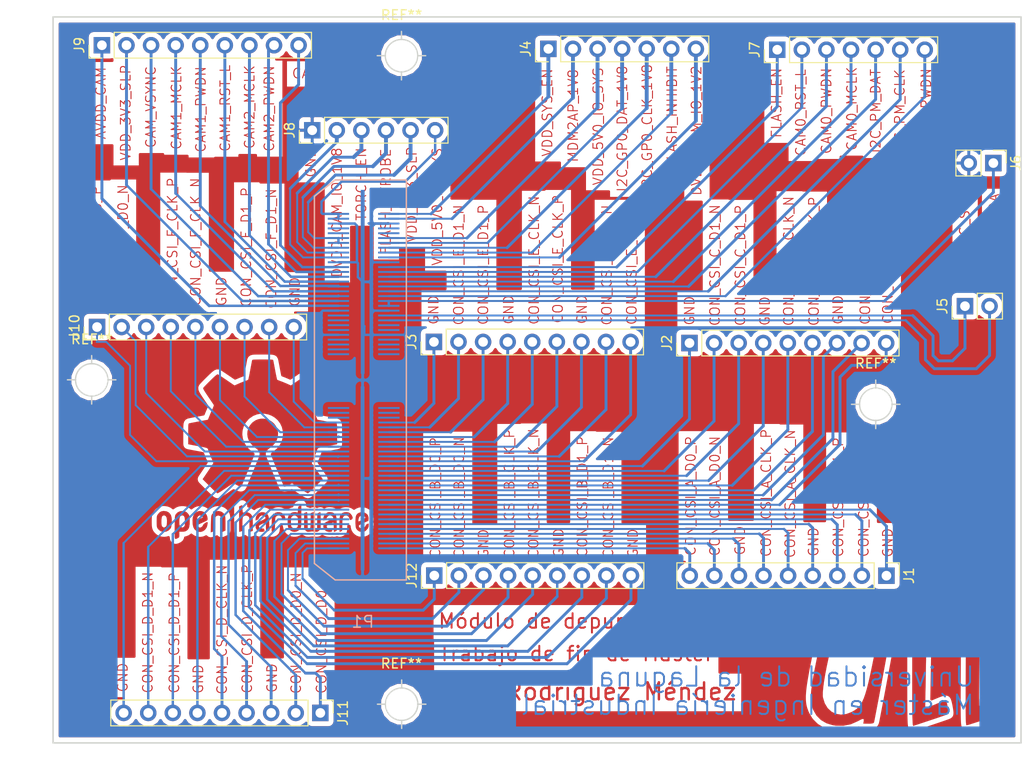
<source format=kicad_pcb>
(kicad_pcb (version 4) (host pcbnew 4.0.7-e2-6376~60~ubuntu17.10.1)
  (title_block (title "Placa de depuración NVIDIA Jetson TX2") (date 2018-04-09) (rev "Rev 1.0") (company "Universidad de la Laguna") (comment 1 "Iván Rodríguez Méndez") (comment 2 "Máster en Ingeniería Industrial"))
  (layers (0 F.Cu signal) (31 B.Cu signal) (34 B.Paste user) (35 F.Paste user) (36 B.SilkS user) (37 F.SilkS user) (38 B.Mask user) (39 F.Mask user) (44 Edge.Cuts user))
  (net 0 "")
  (net 1 "Net-(J1-Pad1)")
  (net 2 "Net-(J1-Pad2)")
  (net 3 "Net-(J1-Pad3)")
  (net 4 "Net-(J1-Pad4)")
  (net 5 "Net-(J1-Pad5)")
  (net 6 "Net-(J1-Pad6)")
  (net 7 "Net-(J1-Pad7)")
  (net 8 "Net-(J1-Pad8)")
  (net 9 "Net-(J1-Pad9)")
  (net 10 "Net-(J2-Pad2)")
  (net 11 "Net-(J2-Pad3)")
  (net 12 "Net-(J2-Pad4)")
  (net 13 "Net-(J2-Pad5)")
  (net 14 "Net-(J2-Pad6)")
  (net 15 "Net-(J2-Pad7)")
  (net 16 "Net-(J2-Pad8)")
  (net 17 "Net-(J2-Pad9)")
  (net 18 "Net-(J3-Pad1)")
  (net 19 "Net-(J3-Pad2)")
  (net 20 "Net-(J3-Pad3)")
  (net 21 "Net-(J3-Pad4)")
  (net 22 "Net-(J3-Pad5)")
  (net 23 "Net-(J3-Pad6)")
  (net 24 "Net-(J3-Pad7)")
  (net 25 "Net-(J3-Pad8)")
  (net 26 "Net-(J3-Pad9)")
  (net 27 "Net-(J4-Pad2)")
  (net 28 "Net-(J4-Pad3)")
  (net 29 "Net-(J4-Pad4)")
  (net 30 "Net-(J4-Pad5)")
  (net 31 "Net-(J4-Pad6)")
  (net 32 "Net-(J4-Pad7)")
  (net 33 "Net-(J5-Pad1)")
  (net 34 "Net-(J5-Pad2)")
  (net 35 "Net-(J6-Pad1)")
  (net 36 "Net-(J2-Pad1)")
  (net 37 "Net-(J7-Pad1)")
  (net 38 "Net-(J7-Pad2)")
  (net 39 "Net-(J7-Pad3)")
  (net 40 "Net-(J7-Pad4)")
  (net 41 "Net-(J7-Pad5)")
  (net 42 "Net-(J7-Pad6)")
  (net 43 "Net-(J7-Pad7)")
  (net 44 "Net-(J8-Pad2)")
  (net 45 "Net-(J8-Pad3)")
  (net 46 "Net-(J8-Pad4)")
  (net 47 "Net-(J8-Pad5)")
  (net 48 "Net-(J8-Pad6)")
  (net 49 "Net-(J4-Pad1)")
  (net 50 GND)
  (net 51 "Net-(J9-Pad1)")
  (net 52 "Net-(J9-Pad2)")
  (net 53 "Net-(J9-Pad3)")
  (net 54 "Net-(J9-Pad4)")
  (net 55 "Net-(J9-Pad5)")
  (net 56 "Net-(J9-Pad6)")
  (net 57 "Net-(J9-Pad7)")
  (net 58 "Net-(J9-Pad8)")
  (net 59 "Net-(J9-Pad9)")
  (net 60 "Net-(J10-Pad1)")
  (net 61 "Net-(J10-Pad2)")
  (net 62 "Net-(J10-Pad3)")
  (net 63 "Net-(J10-Pad4)")
  (net 64 "Net-(J10-Pad5)")
  (net 65 "Net-(J10-Pad6)")
  (net 66 "Net-(J10-Pad7)")
  (net 67 "Net-(J10-Pad8)")
  (net 68 "Net-(J10-Pad9)")
  (net 69 "Net-(J11-Pad1)")
  (net 70 "Net-(J11-Pad2)")
  (net 71 "Net-(J11-Pad3)")
  (net 72 "Net-(J11-Pad4)")
  (net 73 "Net-(J11-Pad5)")
  (net 74 "Net-(J11-Pad6)")
  (net 75 "Net-(J11-Pad7)")
  (net 76 "Net-(J11-Pad8)")
  (net 77 "Net-(J11-Pad9)")
  (net 78 "Net-(J12-Pad1)")
  (net 79 "Net-(J12-Pad2)")
  (net 80 "Net-(J12-Pad3)")
  (net 81 "Net-(J12-Pad4)")
  (net 82 "Net-(J12-Pad5)")
  (net 83 "Net-(J12-Pad6)")
  (net 84 "Net-(J12-Pad7)")
  (net 85 "Net-(J12-Pad8)")
  (net 86 "Net-(J12-Pad9)")
  (module Symbols:OSHW-Logo2_24.3x20mm_Copper (layer F.Cu) (at 91.6559 104.6353)
    (fp_text reference REF*** hide)
    (fp_text value OSHW-Logo2_24.3x20mm_Copper hide)
    (fp_poly (pts (xy -8.046834 6.436506) (xy -7.860916 6.529204) (xy -7.69682 6.699885) (xy -7.651628 6.763107) (xy -7.602396 6.845834) (xy -7.570453 6.935687) (xy -7.552178 7.055608) (xy -7.543952 7.228537) (xy -7.542145 7.456835) (xy -7.550303 7.769693) (xy -7.578659 8.004598) (xy -7.633038 8.179847) (xy -7.719263 8.313738) (xy -7.843159 8.424569) (xy -7.852263 8.431131) (xy -7.974366 8.498256) (xy -8.1214 8.531467) (xy -8.308396 8.539655) (xy -8.612387 8.539655) (xy -8.612515 8.834762) (xy -8.615344 8.999117) (xy -8.632582 9.095523) (xy -8.67763 9.153343) (xy -8.763886 9.201941) (xy -8.784601 9.211869) (xy -8.881538 9.258398) (xy -8.956593 9.287786) (xy -9.012402 9.290324) (xy -9.051603 9.256302) (xy -9.076832 9.176012) (xy -9.090728 9.039743) (xy -9.095927 8.837787) (xy -9.095066 8.560434) (xy -9.090784 8.197976) (xy -9.089447 8.08956) (xy -9.084629 7.715837) (xy -9.080313 7.471369) (xy -8.612643 7.471369) (xy -8.610015 7.678877) (xy -8.598333 7.814645) (xy -8.571903 7.904192) (xy -8.525031 7.973039) (xy -8.493207 8.006618) (xy -8.363108 8.104869) (xy -8.247921 8.112866) (xy -8.129066 8.03173) (xy -8.126053 8.028736) (xy -8.077695 7.96603) (xy -8.048278 7.880808) (xy -8.03344 7.749564) (xy -8.028819 7.548793) (xy -8.028735 7.504314) (xy -8.039902 7.227639) (xy -8.076253 7.035842) (xy -8.142059 6.918757) (xy -8.241593 6.866215) (xy -8.299119 6.86092) (xy -8.435649 6.885767) (xy -8.529298 6.967581) (xy -8.58567 7.11727) (xy -8.610367 7.345743) (xy -8.612643 7.471369) (xy -9.080313 7.471369) (xy -9.079522 7.426587) (xy -9.072922 7.20897) (xy -9.063623 7.050146) (xy -9.050423 6.937274) (xy -9.032115 6.857513) (xy -9.007497 6.798023) (xy -8.975363 6.745963) (xy -8.961585 6.726373) (xy -8.778812 6.541328) (xy -8.547724 6.436412) (xy -8.28041 6.407163) (xy -8.046834 6.436506)) (layer F.Cu) (width 0.01))
    (fp_poly (pts (xy -4.304284 6.462865) (xy -4.148128 6.55319) (xy -4.039559 6.642845) (xy -3.960155 6.736776) (xy -3.905454 6.851646) (xy -3.87099 7.004114) (xy -3.852299 7.210844) (xy -3.844919 7.488496) (xy -3.844061 7.688086) (xy -3.844061 8.422766) (xy -4.050862 8.515472) (xy -4.257662 8.608179) (xy -4.281992 7.803492) (xy -4.292045 7.502966) (xy -4.302591 7.284835) (xy -4.315657 7.134186) (xy -4.333271 7.036107) (xy -4.357461 6.975688) (xy -4.390254 6.938016) (xy -4.400775 6.929862) (xy -4.560187 6.866178) (xy -4.721321 6.891378) (xy -4.817241 6.958238) (xy -4.856259 7.005616) (xy -4.883267 7.067787) (xy -4.900432 7.162039) (xy -4.909918 7.305657) (xy -4.913893 7.515931) (xy -4.914559 7.73507) (xy -4.91469 8.009999) (xy -4.919397 8.204602) (xy -4.935154 8.335851) (xy -4.968433 8.420718) (xy -5.025707 8.476177) (xy -5.113447 8.519201) (xy -5.230638 8.563907) (xy -5.358632 8.612571) (xy -5.343396 7.74891) (xy -5.337261 7.437565) (xy -5.330082 7.207483) (xy -5.319795 7.042614) (xy -5.30433 6.926909) (xy -5.281621 6.844316) (xy -5.249601 6.778788) (xy -5.210997 6.720974) (xy -5.024747 6.536283) (xy -4.797479 6.429481) (xy -4.550291 6.403898) (xy -4.304284 6.462865)) (layer F.Cu) (width 0.01))
    (fp_poly (pts (xy -9.919632 6.443358) (xy -9.691564 6.56328) (xy -9.523248 6.756278) (xy -9.463459 6.880355) (xy -9.416934 7.066653) (xy -9.393118 7.302045) (xy -9.39086 7.558952) (xy -9.409008 7.809799) (xy -9.446411 8.027009) (xy -9.501916 8.183005) (xy -9.518975 8.209871) (xy -9.72103 8.410415) (xy -9.961022 8.530529) (xy -10.221434 8.56568) (xy -10.484753 8.511337) (xy -10.558033 8.478756) (xy -10.700739 8.378353) (xy -10.825986 8.245225) (xy -10.837823 8.228341) (xy -10.885935 8.146969) (xy -10.917738 8.059984) (xy -10.936526 7.945475) (xy -10.945592 7.78153) (xy -10.948229 7.54624) (xy -10.948275 7.493487) (xy -10.948154 7.476699) (xy -10.461685 7.476699) (xy -10.458854 7.698761) (xy -10.447712 7.846123) (xy -10.424291 7.941308) (xy -10.384619 8.006837) (xy -10.364367 8.028736) (xy -10.24794 8.111953) (xy -10.134902 8.108158) (xy -10.020609 8.035973) (xy -9.952441 7.958911) (xy -9.91207 7.846429) (xy -9.889398 7.669055) (xy -9.887843 7.648367) (xy -9.883973 7.326911) (xy -9.924417 7.088167) (xy -10.008626 6.9336) (xy -10.136053 6.864678) (xy -10.18154 6.86092) (xy -10.300981 6.879821) (xy -10.382683 6.945306) (xy -10.432637 7.070544) (xy -10.456834 7.268704) (xy -10.461685 7.476699) (xy -10.948154 7.476699) (xy -10.946463 7.242765) (xy -10.938853 7.067582) (xy -10.922186 6.946191) (xy -10.893201 6.856847) (xy -10.84864 6.777803) (xy -10.838793 6.763107) (xy -10.67328 6.565011) (xy -10.49293 6.450014) (xy -10.273365 6.404365) (xy -10.198805 6.402135) (xy -9.919632 6.443358)) (layer F.Cu) (width 0.01))
    (fp_poly (pts (xy -6.140747 6.474461) (xy -5.948903 6.603519) (xy -5.800648 6.789915) (xy -5.712084 7.027109) (xy -5.694172 7.201691) (xy -5.696206 7.274544) (xy -5.71324 7.330324) (xy -5.760064 7.380298) (xy -5.851473 7.435733) (xy -6.002258 7.507896) (xy -6.227213 7.608055) (xy -6.228352 7.608558) (xy -6.435415 7.703396) (xy -6.605212 7.787609) (xy -6.720388 7.852133) (xy -6.76359 7.8879) (xy -6.763601 7.888188) (xy -6.725525 7.966074) (xy -6.636484 8.051924) (xy -6.534263 8.113769) (xy -6.482474 8.126054) (xy -6.341184 8.083564) (xy -6.219512 7.977152) (xy -6.160145 7.860156) (xy -6.103033 7.773905) (xy -5.991161 7.675681) (xy -5.859654 7.590827) (xy -5.743632 7.544681) (xy -5.719371 7.542146) (xy -5.692062 7.583868) (xy -5.690416 7.690519) (xy -5.710486 7.834321) (xy -5.748322 7.987501) (xy -5.799977 8.122283) (xy -5.802586 8.127516) (xy -5.958031 8.344557) (xy -6.159493 8.492185) (xy -6.388288 8.564644) (xy -6.625733 8.556177) (xy -6.853146 8.461027) (xy -6.863257 8.454337) (xy -7.04215 8.292211) (xy -7.15978 8.080682) (xy -7.224877 7.802543) (xy -7.233613 7.724398) (xy -7.249086 7.355549) (xy -7.230537 7.183541) (xy -6.763601 7.183541) (xy -6.757534 7.290838) (xy -6.724351 7.322152) (xy -6.641623 7.298725) (xy -6.511221 7.243348) (xy -6.365457 7.173932) (xy -6.361834 7.172094) (xy -6.238283 7.107108) (xy -6.188697 7.06374) (xy -6.200925 7.018275) (xy -6.252412 6.958536) (xy -6.383399 6.872085) (xy -6.524462 6.865733) (xy -6.650995 6.928649) (xy -6.738392 7.050003) (xy -6.763601 7.183541) (xy -7.230537 7.183541) (xy -7.21726 7.060435) (xy -7.135609 6.826382) (xy -7.021939 6.662413) (xy -6.816775 6.496716) (xy -6.590786 6.414519) (xy -6.360075 6.409281) (xy -6.140747 6.474461)) (layer F.Cu) (width 0.01))
    (fp_poly (pts (xy -2.092337 6.206429) (xy -2.078077 6.405313) (xy -2.061698 6.522511) (xy -2.039002 6.573632) (xy -2.005788 6.574286) (xy -1.995019 6.568183) (xy -1.851767 6.523997) (xy -1.665425 6.526577) (xy -1.475976 6.571999) (xy -1.357483 6.630759) (xy -1.235991 6.724631) (xy -1.147177 6.830865) (xy -1.086208 6.96585) (xy -1.04825 7.145976) (xy -1.028468 7.387633) (xy -1.02203 7.707211) (xy -1.021914 7.768516) (xy -1.021839 8.457147) (xy -1.175077 8.510566) (xy -1.283913 8.546908) (xy -1.343626 8.563828) (xy -1.345383 8.563985) (xy -1.351264 8.5181) (xy -1.356268 8.391539) (xy -1.360016 8.200941) (xy -1.362127 7.962948) (xy -1.362452 7.818252) (xy -1.363129 7.532955) (xy -1.366614 7.32848) (xy -1.375088 7.188334) (xy -1.390734 7.096023) (xy -1.415731 7.035053) (xy -1.452262 6.988931) (xy -1.475071 6.96672) (xy -1.631751 6.877214) (xy -1.802726 6.870511) (xy -1.95785 6.946208) (xy -1.986537 6.973539) (xy -2.028613 7.024929) (xy -2.057799 7.085886) (xy -2.076429 7.174025) (xy -2.086839 7.306961) (xy -2.091363 7.502309) (xy -2.092337 7.771652) (xy -2.092337 8.457147) (xy -2.245575 8.510566) (xy -2.354411 8.546908) (xy -2.414124 8.563828) (xy -2.415881 8.563985) (xy -2.420375 8.517414) (xy -2.424425 8.386051) (xy -2.42787 8.182422) (xy -2.430547 7.919054) (xy -2.432294 7.608471) (xy -2.432949 7.263201) (xy -2.43295 7.247843) (xy -2.43295 5.931701) (xy -2.116666 5.798289) (xy -2.092337 6.206429)) (layer F.Cu) (width 0.01))
    (fp_poly (pts (xy 0.133241 6.540601) (xy 0.323905 6.611403) (xy 0.326086 6.612764) (xy 0.444006 6.69955) (xy 0.53106 6.800973) (xy 0.592286 6.933145) (xy 0.632723 7.112182) (xy 0.657409 7.354195) (xy 0.671382 7.675299) (xy 0.672607 7.721048) (xy 0.6902 8.410869) (xy 0.542152 8.487427) (xy 0.43503 8.539163) (xy 0.370351 8.563678) (xy 0.367359 8.563985) (xy 0.356166 8.518751) (xy 0.347275 8.396736) (xy 0.341806 8.218468) (xy 0.340613 8.074116) (xy 0.340586 7.840271) (xy 0.329896 7.693419) (xy 0.292633 7.623376) (xy 0.212888 7.619958) (xy 0.074749 7.672983) (xy -0.133812 7.770454) (xy -0.287171 7.851409) (xy -0.366048 7.921644) (xy -0.389236 7.998194) (xy -0.389272 8.001982) (xy -0.351007 8.133852) (xy -0.237717 8.205091) (xy -0.064336 8.21541) (xy 0.06055 8.21362) (xy 0.126399 8.249589) (xy 0.167464 8.335985) (xy 0.191099 8.446054) (xy 0.157039 8.508508) (xy 0.144214 8.517446) (xy 0.023472 8.553343) (xy -0.145612 8.558426) (xy -0.319739 8.534631) (xy -0.443124 8.491147) (xy -0.613713 8.346309) (xy -0.710681 8.144694) (xy -0.729885 7.98718) (xy -0.71523 7.845104) (xy -0.662199 7.729127) (xy -0.557194 7.626121) (xy -0.386614 7.522954) (xy -0.136862 7.406496) (xy -0.121647 7.399914) (xy 0.103329 7.295981) (xy 0.242157 7.210743) (xy 0.301662 7.134147) (xy 0.288672 7.056139) (xy 0.210012 6.966664) (xy 0.18649 6.946073) (xy 0.028933 6.866236) (xy -0.134323 6.869597) (xy -0.276505 6.947874) (xy -0.37084 7.092781) (xy -0.379605 7.121224) (xy -0.464962 7.259174) (xy -0.573271 7.32562) (xy -0.729885 7.391471) (xy -0.729885 7.221097) (xy -0.682244 6.973454) (xy -0.540841 6.746307) (xy -0.467258 6.670318) (xy -0.299991 6.57279) (xy -0.087274 6.52864) (xy 0.133241 6.540601)) (layer F.Cu) (width 0.01))
    (fp_poly (pts (xy 1.776572 6.536534) (xy 1.997609 6.618099) (xy 2.176683 6.762366) (xy 2.24672 6.86392) (xy 2.323071 7.050268) (xy 2.321485 7.18501) (xy 2.241347 7.275631) (xy 2.211696 7.29104) (xy 2.083674 7.339084) (xy 2.018294 7.326776) (xy 1.996148 7.246098) (xy 1.99502 7.201533) (xy 1.954477 7.037581) (xy 1.848802 6.922891) (xy 1.701924 6.867497) (xy 1.537773 6.881435) (xy 1.404337 6.953827) (xy 1.359269 6.99512) (xy 1.327323 7.045216) (xy 1.305744 7.120942) (xy 1.291773 7.239128) (xy 1.282655 7.4166) (xy 1.275631 7.670186) (xy 1.273812 7.750479) (xy 1.267178 8.025158) (xy 1.259636 8.218481) (xy 1.248325 8.346388) (xy 1.230385 8.424822) (xy 1.202955 8.469725) (xy 1.163177 8.497038) (xy 1.13771 8.509105) (xy 1.029556 8.550367) (xy 0.96589 8.563985) (xy 0.944854 8.518505) (xy 0.932013 8.381006) (xy 0.9273 8.149902) (xy 0.930644 7.823604) (xy 0.931686 7.773276) (xy 0.939035 7.475581) (xy 0.947726 7.258205) (xy 0.960092 7.104153) (xy 0.97847 6.99643) (xy 1.005195 6.918042) (xy 1.042602 6.851994) (xy 1.06217 6.823691) (xy 1.174366 6.698467) (xy 1.29985 6.601063) (xy 1.315213 6.592561) (xy 1.540223 6.525433) (xy 1.776572 6.536534)) (layer F.Cu) (width 0.01))
    (fp_poly (pts (xy 3.989857 6.924093) (xy 3.989239 7.287769) (xy 3.986847 7.567532) (xy 3.981671 7.776784) (xy 3.972704 7.928926) (xy 3.958936 8.037359) (xy 3.939361 8.115485) (xy 3.912968 8.176707) (xy 3.892984 8.211652) (xy 3.727483 8.401157) (xy 3.517648 8.519942) (xy 3.285486 8.562564) (xy 3.053008 8.523583) (xy 2.914572 8.453532) (xy 2.769242 8.332353) (xy 2.670195 8.184354) (xy 2.610435 7.990534) (xy 2.582969 7.731892) (xy 2.579079 7.542146) (xy 2.579603 7.52851) (xy 2.919541 7.52851) (xy 2.921617 7.746096) (xy 2.93113 7.890134) (xy 2.953008 7.984364) (xy 2.992176 8.052523) (xy 3.038976 8.103936) (xy 3.196146 8.203175) (xy 3.3649 8.211653) (xy 3.524393 8.128799) (xy 3.536807 8.117572) (xy 3.589791 8.059171) (xy 3.623014 7.989686) (xy 3.641 7.88627) (xy 3.648275 7.726073) (xy 3.649426 7.548965) (xy 3.646932 7.326467) (xy 3.636608 7.178037) (xy 3.614191 7.080489) (xy 3.575418 7.010637) (xy 3.543626 6.973539) (xy 3.395939 6.879975) (xy 3.225846 6.868725) (xy 3.063492 6.94019) (xy 3.03216 6.96672) (xy 2.978822 7.025636) (xy 2.945531 7.095837) (xy 2.927656 7.200418) (xy 2.920566 7.362479) (xy 2.919541 7.52851) (xy 2.579603 7.52851) (xy 2.59084 7.236579) (xy 2.630787 7.006993) (xy 2.705913 6.834387) (xy 2.823214 6.69976) (xy 2.914572 6.630759) (xy 3.080627 6.556214) (xy 3.273092 6.521613) (xy 3.451999 6.530875) (xy 3.552108 6.568238) (xy 3.591393 6.578872) (xy 3.617461 6.539225) (xy 3.635658 6.432981) (xy 3.649426 6.271145) (xy 3.664499 6.090902) (xy 3.685436 5.982458) (xy 3.723532 5.920446) (xy 3.790085 5.879499) (xy 3.831897 5.861366) (xy 3.990039 5.79512) (xy 3.989857 6.924093)) (layer F.Cu) (width 0.01))
    (fp_poly (pts (xy 5.966873 6.5664) (xy 5.974299 6.694422) (xy 5.980118 6.888985) (xy 5.983859 7.134702) (xy 5.985058 7.392426) (xy 5.985058 8.264545) (xy 5.831075 8.418528) (xy 5.724963 8.513412) (xy 5.631816 8.551845) (xy 5.504504 8.549413) (xy 5.453968 8.543223) (xy 5.296017 8.52521) (xy 5.165371 8.514888) (xy 5.133525 8.513935) (xy 5.026166 8.520171) (xy 4.872619 8.535824) (xy 4.813083 8.543223) (xy 4.666857 8.554668) (xy 4.568589 8.529808) (xy 4.47115 8.453058) (xy 4.435976 8.418528) (xy 4.281993 8.264545) (xy 4.281993 6.633246) (xy 4.40593 6.576776) (xy 4.51265 6.53495) (xy 4.575087 6.520307) (xy 4.591096 6.566583) (xy 4.606058 6.695884) (xy 4.618978 6.893914) (xy 4.628857 7.14638) (xy 4.633622 7.359675) (xy 4.646935 8.199042) (xy 4.76308 8.215464) (xy 4.868716 8.203982) (xy 4.920477 8.166805) (xy 4.934945 8.097298) (xy 4.947298 7.94924) (xy 4.956552 7.741391) (xy 4.961728 7.492512) (xy 4.962474 7.364435) (xy 4.963219 6.627145) (xy 5.116457 6.573726) (xy 5.224916 6.537406) (xy 5.283913 6.520468) (xy 5.285614 6.520307) (xy 5.291533 6.566349) (xy 5.298039 6.694018) (xy 5.304586 6.887632) (xy 5.310627 7.131507) (xy 5.314848 7.359675) (xy 5.328161 8.199042) (xy 5.620115 8.199042) (xy 5.633513 7.433275) (xy 5.64691 6.667508) (xy 5.789238 6.593908) (xy 5.894322 6.543366) (xy 5.956517 6.520431) (xy 5.958312 6.520307) (xy 5.966873 6.5664)) (layer F.Cu) (width 0.01))
    (fp_poly (pts (xy 7.190678 6.558594) (xy 7.330782 6.622323) (xy 7.44075 6.699543) (xy 7.521324 6.785887) (xy 7.576954 6.897272) (xy 7.612089 7.049616) (xy 7.631179 7.258835) (xy 7.638672 7.540846) (xy 7.639464 7.726555) (xy 7.639464 8.451046) (xy 7.515527 8.507515) (xy 7.41791 8.548787) (xy 7.36955 8.563985) (xy 7.360298 8.518762) (xy 7.352958 8.396824) (xy 7.348464 8.218772) (xy 7.34751 8.077395) (xy 7.34341 7.873146) (xy 7.332354 7.711113) (xy 7.316211 7.611891) (xy 7.303387 7.590805) (xy 7.217186 7.612338) (xy 7.081862 7.667566) (xy 6.92517 7.742436) (xy 6.774863 7.822892) (xy 6.658693 7.89488) (xy 6.604413 7.944346) (xy 6.604198 7.944881) (xy 6.608867 8.036428) (xy 6.650732 8.12382) (xy 6.724235 8.194802) (xy 6.831516 8.218543) (xy 6.923202 8.215777) (xy 7.053058 8.213741) (xy 7.121221 8.244164) (xy 7.162159 8.324543) (xy 7.167321 8.3397) (xy 7.185067 8.454331) (xy 7.137609 8.523934) (xy 7.013907 8.557105) (xy 6.880281 8.56324) (xy 6.639817 8.517763) (xy 6.515338 8.452817) (xy 6.361605 8.300246) (xy 6.280073 8.112971) (xy 6.272756 7.915085) (xy 6.341669 7.730685) (xy 6.445328 7.615134) (xy 6.548823 7.550442) (xy 6.711492 7.468542) (xy 6.901054 7.385486) (xy 6.93265 7.372795) (xy 7.140869 7.280908) (xy 7.260898 7.199923) (xy 7.299501 7.119413) (xy 7.26344 7.02895) (xy 7.201533 6.958238) (xy 7.055213 6.87117) (xy 6.894217 6.86464) (xy 6.746573 6.931735) (xy 6.64031 7.065544) (xy 6.626362 7.100067) (xy 6.54516 7.227042) (xy 6.426608 7.321309) (xy 6.277012 7.398668) (xy 6.277012 7.179307) (xy 6.285817 7.04528) (xy 6.32357 6.939644) (xy 6.407279 6.826939) (xy 6.487636 6.740127) (xy 6.612591 6.617204) (xy 6.709677 6.551171) (xy 6.813954 6.524684) (xy 6.931989 6.520307) (xy 7.190678 6.558594)) (layer F.Cu) (width 0.01))
    (fp_poly (pts (xy 8.892816 6.566697) (xy 8.950976 6.592116) (xy 9.089795 6.702059) (xy 9.208505 6.86103) (xy 9.281921 7.030677) (xy 9.29387 7.114313) (xy 9.253809 7.231078) (xy 9.165935 7.292862) (xy 9.071718 7.330273) (xy 9.028577 7.337167) (xy 9.007571 7.287138) (xy 8.96609 7.178269) (xy 8.947892 7.129076) (xy 8.845848 6.958913) (xy 8.698103 6.874038) (xy 8.508655 6.876648) (xy 8.494623 6.879991) (xy 8.393481 6.927945) (xy 8.319124 7.021432) (xy 8.268338 7.171939) (xy 8.237908 7.390951) (xy 8.224618 7.689956) (xy 8.223372 7.849056) (xy 8.222754 8.099855) (xy 8.218705 8.270825) (xy 8.207933 8.379454) (xy 8.187147 8.44323) (xy 8.153055 8.479643) (xy 8.102365 8.506179) (xy 8.099435 8.507515) (xy 8.001818 8.548787) (xy 7.953458 8.563985) (xy 7.946027 8.518037) (xy 7.939666 8.391034) (xy 7.934832 8.199235) (xy 7.931985 7.958902) (xy 7.931418 7.783024) (xy 7.934313 7.442688) (xy 7.945637 7.184495) (xy 7.969346 6.993374) (xy 8.009397 6.854253) (xy 8.069747 6.75206) (xy 8.154353 6.671724) (xy 8.237899 6.615655) (xy 8.438791 6.541032) (xy 8.672596 6.524202) (xy 8.892816 6.566697)) (layer F.Cu) (width 0.01))
    (fp_poly (pts (xy 10.572399 6.594233) (xy 10.764917 6.720057) (xy 10.857774 6.832696) (xy 10.93134 7.037092) (xy 10.937183 7.19883) (xy 10.923947 7.415094) (xy 10.425192 7.633398) (xy 10.182685 7.74493) (xy 10.024229 7.83465) (xy 9.941836 7.912361) (xy 9.927518 7.987867) (xy 9.973287 8.070971) (xy 10.023755 8.126054) (xy 10.170605 8.214389) (xy 10.330328 8.220579) (xy 10.47702 8.151735) (xy 10.584781 8.014972) (xy 10.604055 7.96668) (xy 10.696376 7.815848) (xy 10.802588 7.751567) (xy 10.948276 7.696576) (xy 10.948276 7.905057) (xy 10.935396 8.046926) (xy 10.884943 8.166563) (xy 10.779197 8.303927) (xy 10.76348 8.321777) (xy 10.645855 8.443986) (xy 10.544746 8.50957) (xy 10.41825 8.539742) (xy 10.313384 8.549623) (xy 10.125811 8.552085) (xy 9.992284 8.520892) (xy 9.908983 8.474579) (xy 9.778063 8.372735) (xy 9.687439 8.262591) (xy 9.630087 8.124069) (xy 9.59898 7.93709) (xy 9.587094 7.681577) (xy 9.586145 7.551894) (xy 9.589371 7.396421) (xy 9.883166 7.396421) (xy 9.886573 7.479827) (xy 9.895066 7.493487) (xy 9.95111 7.474931) (xy 10.071718 7.425822) (xy 10.232913 7.356002) (xy 10.266622 7.340995) (xy 10.470339 7.237404) (xy 10.582579 7.146359) (xy 10.607247 7.061081) (xy 10.548245 6.974794) (xy 10.499518 6.936667) (xy 10.323694 6.860417) (xy 10.159127 6.873014) (xy 10.021354 6.966086) (xy 9.925913 7.131256) (xy 9.895314 7.262357) (xy 9.883166 7.396421) (xy 9.589371 7.396421) (xy 9.592432 7.248919) (xy 9.615599 7.024756) (xy 9.66149 6.861526) (xy 9.735954 6.741352) (xy 9.844836 6.646355) (xy 9.892305 6.615655) (xy 10.107938 6.535703) (xy 10.344021 6.530672) (xy 10.572399 6.594233)) (layer F.Cu) (width 0.01))
    (fp_poly (pts (xy 0.348357 -9.245003) (xy 0.611677 -9.243561) (xy 0.802246 -9.239658) (xy 0.932345 -9.232063) (xy 1.014257 -9.21955) (xy 1.060266 -9.200889) (xy 1.082653 -9.174852) (xy 1.093702 -9.140212) (xy 1.094776 -9.135728) (xy 1.111559 -9.054811) (xy 1.142625 -8.895158) (xy 1.184742 -8.673762) (xy 1.234679 -8.407615) (xy 1.289203 -8.11371) (xy 1.291107 -8.103388) (xy 1.345723 -7.815364) (xy 1.396822 -7.560885) (xy 1.441106 -7.355215) (xy 1.475279 -7.213615) (xy 1.496043 -7.15135) (xy 1.497033 -7.150247) (xy 1.558199 -7.119841) (xy 1.68431 -7.069172) (xy 1.848131 -7.009178) (xy 1.849043 -7.008858) (xy 2.055388 -6.931296) (xy 2.29866 -6.832493) (xy 2.527969 -6.733152) (xy 2.538822 -6.72824) (xy 2.912317 -6.558724) (xy 3.739365 -7.123505) (xy 3.993077 -7.29568) (xy 4.222902 -7.449605) (xy 4.415525 -7.576526) (xy 4.557632 -7.667691) (xy 4.635907 -7.714345) (xy 4.64334 -7.717805) (xy 4.700224 -7.7024) (xy 4.806469 -7.628073) (xy 4.966219 -7.491319) (xy 5.183616 -7.288632) (xy 5.405548 -7.072992) (xy 5.619491 -6.860497) (xy 5.810969 -6.66659) (xy 5.968455 -6.503246) (xy 6.080422 -6.382439) (xy 6.135343 -6.316145) (xy 6.137386 -6.312732) (xy 6.143458 -6.267239) (xy 6.120584 -6.192944) (xy 6.063115 -6.079814) (xy 5.965399 -5.917815) (xy 5.821784 -5.696914) (xy 5.630333 -5.41254) (xy 5.460423 -5.162241) (xy 5.308538 -4.93775) (xy 5.183455 -4.7521) (xy 5.093949 -4.618325) (xy 5.0488 -4.549458) (xy 5.045958 -4.544782) (xy 5.05147 -4.478799) (xy 5.093255 -4.350552) (xy 5.162997 -4.18428) (xy 5.187854 -4.131181) (xy 5.296311 -3.894623) (xy 5.41202 -3.626211) (xy 5.506015 -3.393965) (xy 5.573745 -3.221593) (xy 5.627543 -3.090597) (xy 5.658631 -3.022133) (xy 5.662496 -3.016858) (xy 5.719671 -3.00812) (xy 5.854448 -2.984177) (xy 6.048906 -2.948438) (xy 6.285125 -2.904311) (xy 6.545184 -2.855205) (xy 6.811163 -2.804528) (xy 7.065143 -2.755687) (xy 7.289201 -2.712091) (xy 7.46542 -2.677149) (xy 7.575877 -2.654268) (xy 7.60297 -2.647799) (xy 7.630956 -2.631833) (xy 7.652081 -2.595773) (xy 7.667297 -2.527448) (xy 7.677553 -2.414685) (xy 7.6838 -2.245314) (xy 7.686988 -2.007162) (xy 7.688067 -1.688058) (xy 7.688123 -1.557259) (xy 7.688123 -0.493489) (xy 7.432663 -0.443067) (xy 7.290537 -0.415727) (xy 7.07845 -0.375818) (xy 6.822193 -0.328155) (xy 6.547558 -0.277554) (xy 6.471648 -0.263656) (xy 6.218221 -0.214383) (xy 5.997447 -0.16593) (xy 5.827857 -0.122785) (xy 5.72798 -0.089437) (xy 5.711343 -0.079498) (xy 5.670489 -0.009109) (xy 5.611913 0.127283) (xy 5.546955 0.302805) (xy 5.534071 0.340613) (xy 5.448934 0.57503) (xy 5.343256 0.839524) (xy 5.23984 1.077041) (xy 5.23933 1.078144) (xy 5.067112 1.450733) (xy 5.633524 2.283893) (xy 6.199935 3.117053) (xy 5.472702 3.8455) (xy 5.252748 4.062302) (xy 5.052132 4.253414) (xy 4.882122 4.408636) (xy 4.753985 4.517764) (xy 4.678989 4.570595) (xy 4.668231 4.573947) (xy 4.605067 4.547549) (xy 4.47618 4.47416) (xy 4.295649 4.362484) (xy 4.077554 4.221224) (xy 3.841754 4.063027) (xy 3.602436 3.901664) (xy 3.389059 3.761252) (xy 3.215175 3.650431) (xy 3.094334 3.577838) (xy 3.040263 3.552108) (xy 2.974294 3.57388) (xy 2.849198 3.631251) (xy 2.69078 3.7123) (xy 2.673987 3.721309) (xy 2.460652 3.8283) (xy 2.314364 3.880772) (xy 2.22338 3.88133) (xy 2.175959 3.83258) (xy 2.175683 3.831897) (xy 2.15198 3.774164) (xy 2.095449 3.637115) (xy 2.010474 3.431357) (xy 1.901438 3.167498) (xy 1.772724 2.856144) (xy 1.628715 2.507904) (xy 1.489251 2.170744) (xy 1.33598 1.798666) (xy 1.195251 1.453987) (xy 1.071282 1.147271) (xy 0.968291 0.889085) (xy 0.890496 0.689994) (xy 0.842114 0.560565) (xy 0.827204 0.512261) (xy 0.864594 0.45685) (xy 0.962398 0.368538) (xy 1.092815 0.271174) (xy 1.464223 -0.036747) (xy 1.75453 -0.389696) (xy 1.960256 -0.780239) (xy 2.077923 -1.200943) (xy 2.104051 -1.644371) (xy 2.08506 -1.849042) (xy 1.981583 -2.273677) (xy 1.803373 -2.648664) (xy 1.561482 -2.970304) (xy 1.266963 -3.234899) (xy 0.930871 -3.43875) (xy 0.564258 -3.578158) (xy 0.178177 -3.649426) (xy -0.216319 -3.648855) (xy -0.608175 -3.572746) (xy -0.98634 -3.417401) (xy -1.33976 -3.179121) (xy -1.487273 -3.044361) (xy -1.770184 -2.698321) (xy -1.967168 -2.320174) (xy -2.079536 -1.920945) (xy -2.108599 -1.511655) (xy -2.055669 -1.103328) (xy -1.922057 -0.706987) (xy -1.709075 -0.333655) (xy -1.418034 0.005645) (xy -1.092814 0.271174) (xy -0.957348 0.372671) (xy -0.861651 0.460025) (xy -0.827203 0.512343) (xy -0.84524 0.569398) (xy -0.896538 0.705698) (xy -0.976876 0.910678) (xy -1.082036 1.173772) (xy -1.207796 1.484416) (xy -1.349937 1.832043) (xy -1.489635 2.170826) (xy -1.643759 2.543222) (xy -1.786518 2.888307) (xy -1.913529 3.195477) (xy -2.020411 3.454125) (xy -2.10278 3.653647) (xy -2.156253 3.783435) (xy -2.176067 3.831897) (xy -2.222876 3.881129) (xy -2.313417 3.880985) (xy -2.459342 3.828877) (xy -2.672302 3.722216) (xy -2.673986 3.721309) (xy -2.83433 3.638536) (xy -2.963948 3.578242) (xy -3.037037 3.552346) (xy -3.040263 3.552108) (xy -3.095284 3.578374) (xy -3.216757 3.651416) (xy -3.391129 3.762595) (xy -3.60485 3.903273) (xy -3.841753 4.063027) (xy -4.082945 4.224779) (xy -4.300326 4.36545) (xy -4.479816 4.476335) (xy -4.607336 4.54873) (xy -4.66823 4.573947) (xy -4.724303 4.540803) (xy -4.83704 4.448173) (xy -4.995177 4.306257) (xy -5.187449 4.125255) (xy -5.402591 3.915369) (xy -5.472952 3.845249) (xy -6.200434 3.116552) (xy -5.646705 2.3039) (xy -5.478423 2.054342) (xy -5.330729 1.830366) (xy -5.21191 1.644949) (xy -5.13025 1.511065) (xy -5.094036 1.44169) (xy -5.092975 1.436755) (xy -5.112067 1.371364) (xy -5.163418 1.239825) (xy -5.23814 1.064181) (xy -5.290588 0.946591) (xy -5.388654 0.721461) (xy -5.481007 0.494015) (xy -5.552606 0.301839) (xy -5.572056 0.243295) (xy -5.627314 0.086956) (xy -5.681331 -0.033842) (xy -5.711001 -0.079498) (xy -5.776476 -0.107439) (xy -5.919376 -0.147049) (xy -6.121161 -0.193838) (xy -6.363288 -0.243317) (xy -6.471647 -0.263656) (xy -6.746811 -0.314219) (xy -7.010746 -0.363178) (xy -7.237659 -0.405719) (xy -7.401761 -0.437025) (xy -7.432662 -0.443067) (xy -7.688122 -0.493489) (xy -7.688122 -1.557259) (xy -7.687548 -1.90705) (xy -7.685193 -2.1717) (xy -7.680107 -2.363378) (xy -7.671339 -2.494256) (xy -7.657938 -2.576507) (xy -7.638954 -2.622302) (xy -7.613438 -2.643812) (xy -7.602969 -2.647799) (xy -7.539826 -2.661944) (xy -7.400325 -2.690166) (xy -7.202389 -2.729057) (xy -6.963935 -2.775208) (xy -6.702886 -2.825212) (xy -6.437161 -2.875659) (xy -6.184681 -2.923142) (xy -5.963365 -2.964252) (xy -5.791134 -2.995581) (xy -5.685908 -3.013722) (xy -5.662495 -3.016858) (xy -5.641284 -3.058827) (xy -5.594332 -3.17063) (xy -5.530419 -3.331112) (xy -5.506014 -3.393965) (xy -5.40758 -3.636797) (xy -5.291666 -3.905082) (xy -5.187853 -4.131181) (xy -5.111465 -4.304065) (xy -5.060644 -4.446123) (xy -5.043679 -4.533122) (xy -5.046384 -4.544782) (xy -5.082239 -4.59983) (xy -5.164108 -4.722261) (xy -5.283205 -4.899038) (xy -5.430742 -5.117123) (xy -5.597931 -5.36348) (xy -5.63099 -5.412109) (xy -5.82498 -5.700227) (xy -5.967579 -5.919623) (xy -6.064473 -6.080398) (xy -6.121346 -6.192654) (xy -6.143884 -6.26649) (xy -6.137772 -6.31201) (xy -6.137616 -6.3123) (xy -6.089511 -6.37209) (xy -5.983111 -6.487681) (xy -5.829948 -6.647091) (xy -5.641555 -6.838335) (xy -5.429465 -7.049432) (xy -5.405547 -7.072992) (xy -5.138262 -7.331828) (xy -4.931992 -7.521883) (xy -4.782592 -7.646663) (xy -4.68592 -7.709673) (xy -4.643339 -7.717805) (xy -4.581196 -7.682328) (xy -4.452237 -7.600377) (xy -4.269778 -7.480708) (xy -4.047133 -7.332074) (xy -3.797616 -7.163228) (xy -3.739364 -7.123505) (xy -2.912316 -6.558724) (xy -2.538821 -6.72824) (xy -2.311684 -6.827029) (xy -2.067872 -6.926383) (xy -1.858275 -7.005599) (xy -1.849042 -7.008858) (xy -1.685095 -7.068871) (xy -1.558715 -7.119618) (xy -1.497137 -7.150159) (xy -1.497032 -7.150247) (xy -1.477493 -7.205452) (xy -1.444279 -7.341221) (xy -1.400687 -7.542291) (xy -1.350016 -7.793401) (xy -1.295561 -8.079287) (xy -1.291106 -8.103388) (xy -1.236482 -8.397941) (xy -1.186336 -8.665316) (xy -1.143898 -8.88852) (xy -1.112402 -9.050561) (xy -1.095077 -9.134447) (xy -1.094775 -9.135728) (xy -1.084232 -9.171412) (xy -1.063731 -9.198354) (xy -1.020989 -9.217782) (xy -0.943724 -9.230925) (xy -0.819652 -9.239011) (xy -0.636491 -9.243268) (xy -0.381958 -9.244925) (xy -0.043769 -9.24521) (xy 0 -9.24521) (xy 0.348357 -9.245003)) (layer F.Cu) (width 0.01))
  )
  (module Pin_Headers:Pin_Header_Straight_1x09_Pitch2.54mm (layer F.Cu) (at 109.3851 117.71122 90)
    (fp_text reference J12 (at 0 -2.33 90) (layer F.SilkS))
    (fp_text value Conn_01x09)
    (pad 1 thru_hole rect (at 0 0 90) (size 1.7 1.7) (drill 1) (layers *.Cu *.Mask) (net 78 "Net-(J12-Pad1)"))
    (pad 2 thru_hole oval (at 0 2.54 90) (size 1.7 1.7) (drill 1) (layers *.Cu *.Mask) (net 79 "Net-(J12-Pad2)"))
    (pad 3 thru_hole oval (at 0 5.08 90) (size 1.7 1.7) (drill 1) (layers *.Cu *.Mask) (net 80 "Net-(J12-Pad3)"))
    (pad 4 thru_hole oval (at 0 7.62 90) (size 1.7 1.7) (drill 1) (layers *.Cu *.Mask) (net 81 "Net-(J12-Pad4)"))
    (pad 5 thru_hole oval (at 0 10.16 90) (size 1.7 1.7) (drill 1) (layers *.Cu *.Mask) (net 82 "Net-(J12-Pad5)"))
    (pad 6 thru_hole oval (at 0 12.7 90) (size 1.7 1.7) (drill 1) (layers *.Cu *.Mask) (net 83 "Net-(J12-Pad6)"))
    (pad 7 thru_hole oval (at 0 15.24 90) (size 1.7 1.7) (drill 1) (layers *.Cu *.Mask) (net 84 "Net-(J12-Pad7)"))
    (pad 8 thru_hole oval (at 0 17.78 90) (size 1.7 1.7) (drill 1) (layers *.Cu *.Mask) (net 85 "Net-(J12-Pad8)"))
    (pad 9 thru_hole oval (at 0 20.32 90) (size 1.7 1.7) (drill 1) (layers *.Cu *.Mask) (net 86 "Net-(J12-Pad9)"))
  )
  (module Pin_Headers:Pin_Header_Straight_1x09_Pitch2.54mm (layer F.Cu) (at 97.6122 131.9022 270)
    (fp_text reference J11 (at 0 -2.33 270) (layer F.SilkS))
    (fp_text value Conn_01x09)
    (pad 1 thru_hole rect (at 0 0 270) (size 1.7 1.7) (drill 1) (layers *.Cu *.Mask) (net 69 "Net-(J11-Pad1)"))
    (pad 2 thru_hole oval (at 0 2.54 270) (size 1.7 1.7) (drill 1) (layers *.Cu *.Mask) (net 70 "Net-(J11-Pad2)"))
    (pad 3 thru_hole oval (at 0 5.08 270) (size 1.7 1.7) (drill 1) (layers *.Cu *.Mask) (net 71 "Net-(J11-Pad3)"))
    (pad 4 thru_hole oval (at 0 7.62 270) (size 1.7 1.7) (drill 1) (layers *.Cu *.Mask) (net 72 "Net-(J11-Pad4)"))
    (pad 5 thru_hole oval (at 0 10.16 270) (size 1.7 1.7) (drill 1) (layers *.Cu *.Mask) (net 73 "Net-(J11-Pad5)"))
    (pad 6 thru_hole oval (at 0 12.7 270) (size 1.7 1.7) (drill 1) (layers *.Cu *.Mask) (net 74 "Net-(J11-Pad6)"))
    (pad 7 thru_hole oval (at 0 15.24 270) (size 1.7 1.7) (drill 1) (layers *.Cu *.Mask) (net 75 "Net-(J11-Pad7)"))
    (pad 8 thru_hole oval (at 0 17.78 270) (size 1.7 1.7) (drill 1) (layers *.Cu *.Mask) (net 76 "Net-(J11-Pad8)"))
    (pad 9 thru_hole oval (at 0 20.32 270) (size 1.7 1.7) (drill 1) (layers *.Cu *.Mask) (net 77 "Net-(J11-Pad9)"))
  )
  (module Pin_Headers:Pin_Header_Straight_1x09_Pitch2.54mm (layer F.Cu) (at 74.54392 92.03436 90)
    (fp_text reference J10 (at 0 -2.33 90) (layer F.SilkS))
    (fp_text value Conn_01x09)
    (pad 1 thru_hole rect (at 0 0 90) (size 1.7 1.7) (drill 1) (layers *.Cu *.Mask) (net 60 "Net-(J10-Pad1)"))
    (pad 2 thru_hole oval (at 0 2.54 90) (size 1.7 1.7) (drill 1) (layers *.Cu *.Mask) (net 61 "Net-(J10-Pad2)"))
    (pad 3 thru_hole oval (at 0 5.08 90) (size 1.7 1.7) (drill 1) (layers *.Cu *.Mask) (net 62 "Net-(J10-Pad3)"))
    (pad 4 thru_hole oval (at 0 7.62 90) (size 1.7 1.7) (drill 1) (layers *.Cu *.Mask) (net 63 "Net-(J10-Pad4)"))
    (pad 5 thru_hole oval (at 0 10.16 90) (size 1.7 1.7) (drill 1) (layers *.Cu *.Mask) (net 64 "Net-(J10-Pad5)"))
    (pad 6 thru_hole oval (at 0 12.7 90) (size 1.7 1.7) (drill 1) (layers *.Cu *.Mask) (net 65 "Net-(J10-Pad6)"))
    (pad 7 thru_hole oval (at 0 15.24 90) (size 1.7 1.7) (drill 1) (layers *.Cu *.Mask) (net 66 "Net-(J10-Pad7)"))
    (pad 8 thru_hole oval (at 0 17.78 90) (size 1.7 1.7) (drill 1) (layers *.Cu *.Mask) (net 67 "Net-(J10-Pad8)"))
    (pad 9 thru_hole oval (at 0 20.32 90) (size 1.7 1.7) (drill 1) (layers *.Cu *.Mask) (net 68 "Net-(J10-Pad9)"))
  )
  (module Pin_Headers:Pin_Header_Straight_1x09_Pitch2.54mm (layer F.Cu) (at 75.04684 62.92088 90)
    (fp_text reference J9 (at 0 -2.33 90) (layer F.SilkS))
    (fp_text value Conn_01x09)
    (pad 1 thru_hole rect (at 0 0 90) (size 1.7 1.7) (drill 1) (layers *.Cu *.Mask) (net 51 "Net-(J9-Pad1)"))
    (pad 2 thru_hole oval (at 0 2.54 90) (size 1.7 1.7) (drill 1) (layers *.Cu *.Mask) (net 52 "Net-(J9-Pad2)"))
    (pad 3 thru_hole oval (at 0 5.08 90) (size 1.7 1.7) (drill 1) (layers *.Cu *.Mask) (net 53 "Net-(J9-Pad3)"))
    (pad 4 thru_hole oval (at 0 7.62 90) (size 1.7 1.7) (drill 1) (layers *.Cu *.Mask) (net 54 "Net-(J9-Pad4)"))
    (pad 5 thru_hole oval (at 0 10.16 90) (size 1.7 1.7) (drill 1) (layers *.Cu *.Mask) (net 55 "Net-(J9-Pad5)"))
    (pad 6 thru_hole oval (at 0 12.7 90) (size 1.7 1.7) (drill 1) (layers *.Cu *.Mask) (net 56 "Net-(J9-Pad6)"))
    (pad 7 thru_hole oval (at 0 15.24 90) (size 1.7 1.7) (drill 1) (layers *.Cu *.Mask) (net 57 "Net-(J9-Pad7)"))
    (pad 8 thru_hole oval (at 0 17.78 90) (size 1.7 1.7) (drill 1) (layers *.Cu *.Mask) (net 58 "Net-(J9-Pad8)"))
    (pad 9 thru_hole oval (at 0 20.32 90) (size 1.7 1.7) (drill 1) (layers *.Cu *.Mask) (net 59 "Net-(J9-Pad9)"))
  )
  (module Pin_Headers:Pin_Header_Straight_1x06_Pitch2.54mm (layer F.Cu) (at 96.774 71.7042 90)
    (fp_text reference J8 (at 0 -2.33 90) (layer F.SilkS))
    (fp_text value Conn_01x06)
    (pad 1 thru_hole rect (at 0 0 90) (size 1.7 1.7) (drill 1) (layers *.Cu *.Mask) (net 50 GND))
    (pad 2 thru_hole oval (at 0 2.54 90) (size 1.7 1.7) (drill 1) (layers *.Cu *.Mask) (net 44 "Net-(J8-Pad2)"))
    (pad 3 thru_hole oval (at 0 5.08 90) (size 1.7 1.7) (drill 1) (layers *.Cu *.Mask) (net 45 "Net-(J8-Pad3)"))
    (pad 4 thru_hole oval (at 0 7.62 90) (size 1.7 1.7) (drill 1) (layers *.Cu *.Mask) (net 46 "Net-(J8-Pad4)"))
    (pad 5 thru_hole oval (at 0 10.16 90) (size 1.7 1.7) (drill 1) (layers *.Cu *.Mask) (net 47 "Net-(J8-Pad5)"))
    (pad 6 thru_hole oval (at 0 12.7 90) (size 1.7 1.7) (drill 1) (layers *.Cu *.Mask) (net 48 "Net-(J8-Pad6)"))
  )
  (module Pin_Headers:Pin_Header_Straight_1x07_Pitch2.54mm (layer F.Cu) (at 144.8181 63.3857 90)
    (fp_text reference J7 (at 0 -2.33 90) (layer F.SilkS))
    (fp_text value Conn_01x07)
    (pad 1 thru_hole rect (at 0 0 90) (size 1.7 1.7) (drill 1) (layers *.Cu *.Mask) (net 37 "Net-(J7-Pad1)"))
    (pad 2 thru_hole oval (at 0 2.54 90) (size 1.7 1.7) (drill 1) (layers *.Cu *.Mask) (net 38 "Net-(J7-Pad2)"))
    (pad 3 thru_hole oval (at 0 5.08 90) (size 1.7 1.7) (drill 1) (layers *.Cu *.Mask) (net 39 "Net-(J7-Pad3)"))
    (pad 4 thru_hole oval (at 0 7.62 90) (size 1.7 1.7) (drill 1) (layers *.Cu *.Mask) (net 40 "Net-(J7-Pad4)"))
    (pad 5 thru_hole oval (at 0 10.16 90) (size 1.7 1.7) (drill 1) (layers *.Cu *.Mask) (net 41 "Net-(J7-Pad5)"))
    (pad 6 thru_hole oval (at 0 12.7 90) (size 1.7 1.7) (drill 1) (layers *.Cu *.Mask) (net 42 "Net-(J7-Pad6)"))
    (pad 7 thru_hole oval (at 0 15.24 90) (size 1.7 1.7) (drill 1) (layers *.Cu *.Mask) (net 43 "Net-(J7-Pad7)"))
  )
  (module Pin_Headers:Pin_Header_Straight_1x02_Pitch2.54mm (layer F.Cu) (at 167.1447 75.0951 270)
    (fp_text reference J6 (at 0 -2.33 270) (layer F.SilkS))
    (fp_text value Conn_01x02)
    (pad 1 thru_hole rect (at 0 0 270) (size 1.7 1.7) (drill 1) (layers *.Cu *.Mask) (net 35 "Net-(J6-Pad1)"))
    (pad 2 thru_hole oval (at 0 2.54 270) (size 1.7 1.7) (drill 1) (layers *.Cu *.Mask) (net 50 GND))
  )
  (module Pin_Headers:Pin_Header_Straight_1x02_Pitch2.54mm (layer F.Cu) (at 164.211 89.8779 90)
    (fp_text reference J5 (at 0 -2.33 90) (layer F.SilkS))
    (fp_text value Conn_01x02)
    (pad 1 thru_hole rect (at 0 0 90) (size 1.7 1.7) (drill 1) (layers *.Cu *.Mask) (net 33 "Net-(J5-Pad1)"))
    (pad 2 thru_hole oval (at 0 2.54 90) (size 1.7 1.7) (drill 1) (layers *.Cu *.Mask) (net 34 "Net-(J5-Pad2)"))
  )
  (module Pin_Headers:Pin_Header_Straight_1x07_Pitch2.54mm (layer F.Cu) (at 121.1707 63.2968 90)
    (fp_text reference J4 (at 0 -2.33 90) (layer F.SilkS))
    (fp_text value Conn_01x07)
    (pad 1 thru_hole rect (at 0 0 90) (size 1.7 1.7) (drill 1) (layers *.Cu *.Mask) (net 49 "Net-(J4-Pad1)"))
    (pad 2 thru_hole oval (at 0 2.54 90) (size 1.7 1.7) (drill 1) (layers *.Cu *.Mask) (net 27 "Net-(J4-Pad2)"))
    (pad 3 thru_hole oval (at 0 5.08 90) (size 1.7 1.7) (drill 1) (layers *.Cu *.Mask) (net 28 "Net-(J4-Pad3)"))
    (pad 4 thru_hole oval (at 0 7.62 90) (size 1.7 1.7) (drill 1) (layers *.Cu *.Mask) (net 29 "Net-(J4-Pad4)"))
    (pad 5 thru_hole oval (at 0 10.16 90) (size 1.7 1.7) (drill 1) (layers *.Cu *.Mask) (net 30 "Net-(J4-Pad5)"))
    (pad 6 thru_hole oval (at 0 12.7 90) (size 1.7 1.7) (drill 1) (layers *.Cu *.Mask) (net 31 "Net-(J4-Pad6)"))
    (pad 7 thru_hole oval (at 0 15.24 90) (size 1.7 1.7) (drill 1) (layers *.Cu *.Mask) (net 32 "Net-(J4-Pad7)"))
  )
  (module Pin_Headers:Pin_Header_Straight_1x09_Pitch2.54mm (layer F.Cu) (at 109.347 93.5736 90)
    (fp_text reference J3 (at 0 -2.33 90) (layer F.SilkS))
    (fp_text value Conn_01x09)
    (pad 1 thru_hole rect (at 0 0 90) (size 1.7 1.7) (drill 1) (layers *.Cu *.Mask) (net 18 "Net-(J3-Pad1)"))
    (pad 2 thru_hole oval (at 0 2.54 90) (size 1.7 1.7) (drill 1) (layers *.Cu *.Mask) (net 19 "Net-(J3-Pad2)"))
    (pad 3 thru_hole oval (at 0 5.08 90) (size 1.7 1.7) (drill 1) (layers *.Cu *.Mask) (net 20 "Net-(J3-Pad3)"))
    (pad 4 thru_hole oval (at 0 7.62 90) (size 1.7 1.7) (drill 1) (layers *.Cu *.Mask) (net 21 "Net-(J3-Pad4)"))
    (pad 5 thru_hole oval (at 0 10.16 90) (size 1.7 1.7) (drill 1) (layers *.Cu *.Mask) (net 22 "Net-(J3-Pad5)"))
    (pad 6 thru_hole oval (at 0 12.7 90) (size 1.7 1.7) (drill 1) (layers *.Cu *.Mask) (net 23 "Net-(J3-Pad6)"))
    (pad 7 thru_hole oval (at 0 15.24 90) (size 1.7 1.7) (drill 1) (layers *.Cu *.Mask) (net 24 "Net-(J3-Pad7)"))
    (pad 8 thru_hole oval (at 0 17.78 90) (size 1.7 1.7) (drill 1) (layers *.Cu *.Mask) (net 25 "Net-(J3-Pad8)"))
    (pad 9 thru_hole oval (at 0 20.32 90) (size 1.7 1.7) (drill 1) (layers *.Cu *.Mask) (net 26 "Net-(J3-Pad9)"))
  )
  (module Pin_Headers:Pin_Header_Straight_1x09_Pitch2.54mm (layer F.Cu) (at 135.7503 93.6879 90)
    (fp_text reference J2 (at 0 -2.33 90) (layer F.SilkS))
    (fp_text value Conn_01x09)
    (pad 1 thru_hole rect (at 0 0 90) (size 1.7 1.7) (drill 1) (layers *.Cu *.Mask) (net 36 "Net-(J2-Pad1)"))
    (pad 2 thru_hole oval (at 0 2.54 90) (size 1.7 1.7) (drill 1) (layers *.Cu *.Mask) (net 10 "Net-(J2-Pad2)"))
    (pad 3 thru_hole oval (at 0 5.08 90) (size 1.7 1.7) (drill 1) (layers *.Cu *.Mask) (net 11 "Net-(J2-Pad3)"))
    (pad 4 thru_hole oval (at 0 7.62 90) (size 1.7 1.7) (drill 1) (layers *.Cu *.Mask) (net 12 "Net-(J2-Pad4)"))
    (pad 5 thru_hole oval (at 0 10.16 90) (size 1.7 1.7) (drill 1) (layers *.Cu *.Mask) (net 13 "Net-(J2-Pad5)"))
    (pad 6 thru_hole oval (at 0 12.7 90) (size 1.7 1.7) (drill 1) (layers *.Cu *.Mask) (net 14 "Net-(J2-Pad6)"))
    (pad 7 thru_hole oval (at 0 15.24 90) (size 1.7 1.7) (drill 1) (layers *.Cu *.Mask) (net 15 "Net-(J2-Pad7)"))
    (pad 8 thru_hole oval (at 0 17.78 90) (size 1.7 1.7) (drill 1) (layers *.Cu *.Mask) (net 16 "Net-(J2-Pad8)"))
    (pad 9 thru_hole oval (at 0 20.32 90) (size 1.7 1.7) (drill 1) (layers *.Cu *.Mask) (net 17 "Net-(J2-Pad9)"))
  )
  (module Pin_Headers:Pin_Header_Straight_1x09_Pitch2.54mm (layer F.Cu) (at 156.09824 117.72392 270)
    (fp_text reference J1 (at 0 -2.33 270) (layer F.SilkS))
    (fp_text value Conn_01x09)
    (pad 1 thru_hole rect (at 0 0 270) (size 1.7 1.7) (drill 1) (layers *.Cu *.Mask) (net 1 "Net-(J1-Pad1)"))
    (pad 2 thru_hole oval (at 0 2.54 270) (size 1.7 1.7) (drill 1) (layers *.Cu *.Mask) (net 2 "Net-(J1-Pad2)"))
    (pad 3 thru_hole oval (at 0 5.08 270) (size 1.7 1.7) (drill 1) (layers *.Cu *.Mask) (net 3 "Net-(J1-Pad3)"))
    (pad 4 thru_hole oval (at 0 7.62 270) (size 1.7 1.7) (drill 1) (layers *.Cu *.Mask) (net 4 "Net-(J1-Pad4)"))
    (pad 5 thru_hole oval (at 0 10.16 270) (size 1.7 1.7) (drill 1) (layers *.Cu *.Mask) (net 5 "Net-(J1-Pad5)"))
    (pad 6 thru_hole oval (at 0 12.7 270) (size 1.7 1.7) (drill 1) (layers *.Cu *.Mask) (net 6 "Net-(J1-Pad6)"))
    (pad 7 thru_hole oval (at 0 15.24 270) (size 1.7 1.7) (drill 1) (layers *.Cu *.Mask) (net 7 "Net-(J1-Pad7)"))
    (pad 8 thru_hole oval (at 0 17.78 270) (size 1.7 1.7) (drill 1) (layers *.Cu *.Mask) (net 8 "Net-(J1-Pad8)"))
    (pad 9 thru_hole oval (at 0 20.32 270) (size 1.7 1.7) (drill 1) (layers *.Cu *.Mask) (net 9 "Net-(J1-Pad9)"))
  )
  (module Mounting_Holes:MountingHole_3.2mm_M3 (layer F.Cu) (at 155 100)
    (fp_text reference REF** (at 0 -4.2) (layer F.SilkS))
    (fp_text value MountingHole_3.2mm_M3)
    (pad 1 np_thru_hole circle (at 0 0) (size 3.2 3.2) (drill 3.2) (layers *.Cu *.Mask))
  )
  (module Mounting_Holes:MountingHole_3.2mm_M3 (layer F.Cu) (at 74 97.5)
    (fp_text reference REF** (at 0 -4.2) (layer F.SilkS))
    (fp_text value MountingHole_3.2mm_M3)
    (pad 1 np_thru_hole circle (at 0 0) (size 3.2 3.2) (drill 3.2) (layers *.Cu *.Mask))
  )
  (module Mounting_Holes:MountingHole_3.2mm_M3 (layer F.Cu) (at 106 131)
    (fp_text reference REF** (at 0 -4.2) (layer F.SilkS))
    (fp_text value MountingHole_3.2mm_M3)
    (pad 1 np_thru_hole circle (at 0 0) (size 3.2 3.2) (drill 3.2) (layers *.Cu *.Mask))
  )
  (module Mounting_Holes:MountingHole_3.2mm_M3 (layer F.Cu) (at 106 64)
    (fp_text reference REF** (at 0 -4.2) (layer F.SilkS))
    (fp_text value MountingHole_3.2mm_M3)
    (pad 1 np_thru_hole circle (at 0 0) (size 3.2 3.2) (drill 3.2) (layers *.Cu *.Mask))
  )
  (module QTH-060-01-H-D-A:QTH-060-01-H-D-A (layer B.Cu) (at 102 97.5 90)
    (fp_text reference P1 (at -24.9936 0 360) (layer B.SilkS) (effects (font (size 1.2 1.2)) (justify mirror)))
    (fp_text value QTH-060-01-H-D-A)
    (pad 2 smd rect (at -17.39795 -2.50475 270) (size 0.2 2.2) (layers B.Cu B.Paste B.Mask) (net 78 "Net-(J12-Pad1)"))
    (pad 1 smd rect (at -17.39795 2.69525 270) (size 0.2 2.2) (layers B.Cu B.Paste B.Mask) (net 9 "Net-(J1-Pad9)"))
    (pad 4 smd rect (at -16.89795 -2.50475 270) (size 0.2 2.2) (layers B.Cu B.Paste B.Mask) (net 79 "Net-(J12-Pad2)"))
    (pad 3 smd rect (at -16.89795 2.69525 270) (size 0.2 2.2) (layers B.Cu B.Paste B.Mask) (net 8 "Net-(J1-Pad8)"))
    (pad 6 smd rect (at -16.39795 -2.50475 270) (size 0.2 2.2) (layers B.Cu B.Paste B.Mask) (net 80 "Net-(J12-Pad3)"))
    (pad 5 smd rect (at -16.39795 2.69525 270) (size 0.2 2.2) (layers B.Cu B.Paste B.Mask) (net 7 "Net-(J1-Pad7)"))
    (pad 8 smd rect (at -15.89795 -2.50475 270) (size 0.2 2.2) (layers B.Cu B.Paste B.Mask) (net 81 "Net-(J12-Pad4)"))
    (pad 7 smd rect (at -15.89795 2.69525 270) (size 0.2 2.2) (layers B.Cu B.Paste B.Mask) (net 6 "Net-(J1-Pad6)"))
    (pad 10 smd rect (at -15.39795 -2.50475 270) (size 0.2 2.2) (layers B.Cu B.Paste B.Mask) (net 82 "Net-(J12-Pad5)"))
    (pad 9 smd rect (at -15.39795 2.69525 270) (size 0.2 2.2) (layers B.Cu B.Paste B.Mask) (net 5 "Net-(J1-Pad5)"))
    (pad 12 smd rect (at -14.89795 -2.50475 270) (size 0.2 2.2) (layers B.Cu B.Paste B.Mask) (net 83 "Net-(J12-Pad6)"))
    (pad 11 smd rect (at -14.89795 2.69525 270) (size 0.2 2.2) (layers B.Cu B.Paste B.Mask) (net 4 "Net-(J1-Pad4)"))
    (pad 14 smd rect (at -14.39795 -2.50475 270) (size 0.2 2.2) (layers B.Cu B.Paste B.Mask) (net 84 "Net-(J12-Pad7)"))
    (pad 13 smd rect (at -14.39795 2.69525 270) (size 0.2 2.2) (layers B.Cu B.Paste B.Mask) (net 3 "Net-(J1-Pad3)"))
    (pad 16 smd rect (at -13.89795 -2.50475 270) (size 0.2 2.2) (layers B.Cu B.Paste B.Mask) (net 85 "Net-(J12-Pad8)"))
    (pad 15 smd rect (at -13.89795 2.69525 270) (size 0.2 2.2) (layers B.Cu B.Paste B.Mask) (net 2 "Net-(J1-Pad2)"))
    (pad 18 smd rect (at -13.39795 -2.50475 270) (size 0.2 2.2) (layers B.Cu B.Paste B.Mask) (net 86 "Net-(J12-Pad9)"))
    (pad 17 smd rect (at -13.39795 2.69525 270) (size 0.2 2.2) (layers B.Cu B.Paste B.Mask) (net 1 "Net-(J1-Pad1)"))
    (pad 20 smd rect (at -12.89795 -2.50475 270) (size 0.2 2.2) (layers B.Cu B.Paste B.Mask) (net 69 "Net-(J11-Pad1)"))
    (pad 19 smd rect (at -12.89795 2.69525 270) (size 0.2 2.2) (layers B.Cu B.Paste B.Mask) (net 17 "Net-(J2-Pad9)"))
    (pad 22 smd rect (at -12.39795 -2.50475 270) (size 0.2 2.2) (layers B.Cu B.Paste B.Mask) (net 70 "Net-(J11-Pad2)"))
    (pad 21 smd rect (at -12.39795 2.69525 270) (size 0.2 2.2) (layers B.Cu B.Paste B.Mask) (net 16 "Net-(J2-Pad8)"))
    (pad 24 smd rect (at -11.89795 -2.50475 270) (size 0.2 2.2) (layers B.Cu B.Paste B.Mask) (net 71 "Net-(J11-Pad3)"))
    (pad 23 smd rect (at -11.89795 2.69525 270) (size 0.2 2.2) (layers B.Cu B.Paste B.Mask) (net 15 "Net-(J2-Pad7)"))
    (pad 26 smd rect (at -11.39795 -2.50475 270) (size 0.2 2.2) (layers B.Cu B.Paste B.Mask) (net 72 "Net-(J11-Pad4)"))
    (pad 25 smd rect (at -11.39795 2.69525 270) (size 0.2 2.2) (layers B.Cu B.Paste B.Mask) (net 14 "Net-(J2-Pad6)"))
    (pad 28 smd rect (at -10.89795 -2.50475 270) (size 0.2 2.2) (layers B.Cu B.Paste B.Mask) (net 73 "Net-(J11-Pad5)"))
    (pad 27 smd rect (at -10.89795 2.69525 270) (size 0.2 2.2) (layers B.Cu B.Paste B.Mask) (net 13 "Net-(J2-Pad5)"))
    (pad 30 smd rect (at -10.39795 -2.50475 270) (size 0.2 2.2) (layers B.Cu B.Paste B.Mask) (net 74 "Net-(J11-Pad6)"))
    (pad 29 smd rect (at -10.39795 2.69525 270) (size 0.2 2.2) (layers B.Cu B.Paste B.Mask) (net 12 "Net-(J2-Pad4)"))
    (pad 32 smd rect (at -9.89795 -2.50475 270) (size 0.2 2.2) (layers B.Cu B.Paste B.Mask) (net 75 "Net-(J11-Pad7)"))
    (pad 31 smd rect (at -9.89795 2.69525 270) (size 0.2 2.2) (layers B.Cu B.Paste B.Mask) (net 11 "Net-(J2-Pad3)"))
    (pad 34 smd rect (at -9.39795 -2.50475 270) (size 0.2 2.2) (layers B.Cu B.Paste B.Mask) (net 76 "Net-(J11-Pad8)"))
    (pad 33 smd rect (at -9.39795 2.69525 270) (size 0.2 2.2) (layers B.Cu B.Paste B.Mask) (net 10 "Net-(J2-Pad2)"))
    (pad 36 smd rect (at -8.89795 -2.50475 270) (size 0.2 2.2) (layers B.Cu B.Paste B.Mask) (net 77 "Net-(J11-Pad9)"))
    (pad 35 smd rect (at -8.89795 2.69525 270) (size 0.2 2.2) (layers B.Cu B.Paste B.Mask) (net 36 "Net-(J2-Pad1)"))
    (pad 38 smd rect (at -8.39795 -2.50475 270) (size 0.2 2.2) (layers B.Cu B.Paste B.Mask) (net 60 "Net-(J10-Pad1)"))
    (pad 37 smd rect (at -8.39795 2.69525 270) (size 0.2 2.2) (layers B.Cu B.Paste B.Mask) (net 26 "Net-(J3-Pad9)"))
    (pad 40 smd rect (at -7.89795 -2.50475 270) (size 0.2 2.2) (layers B.Cu B.Paste B.Mask) (net 61 "Net-(J10-Pad2)"))
    (pad 39 smd rect (at -7.89795 2.69525 270) (size 0.2 2.2) (layers B.Cu B.Paste B.Mask) (net 25 "Net-(J3-Pad8)"))
    (pad 42 smd rect (at -7.39795 -2.50475 270) (size 0.2 2.2) (layers B.Cu B.Paste B.Mask) (net 62 "Net-(J10-Pad3)"))
    (pad 41 smd rect (at -7.39795 2.69525 270) (size 0.2 2.2) (layers B.Cu B.Paste B.Mask) (net 24 "Net-(J3-Pad7)"))
    (pad 44 smd rect (at -6.89795 -2.50475 270) (size 0.2 2.2) (layers B.Cu B.Paste B.Mask) (net 63 "Net-(J10-Pad4)"))
    (pad 43 smd rect (at -6.89795 2.69525 270) (size 0.2 2.2) (layers B.Cu B.Paste B.Mask) (net 23 "Net-(J3-Pad6)"))
    (pad 46 smd rect (at -6.39795 -2.50475 270) (size 0.2 2.2) (layers B.Cu B.Paste B.Mask) (net 64 "Net-(J10-Pad5)"))
    (pad 45 smd rect (at -6.39795 2.69525 270) (size 0.2 2.2) (layers B.Cu B.Paste B.Mask) (net 22 "Net-(J3-Pad5)"))
    (pad 48 smd rect (at -5.89795 -2.50475 270) (size 0.2 2.2) (layers B.Cu B.Paste B.Mask) (net 65 "Net-(J10-Pad6)"))
    (pad 47 smd rect (at -5.89795 2.69525 270) (size 0.2 2.2) (layers B.Cu B.Paste B.Mask) (net 21 "Net-(J3-Pad4)"))
    (pad 50 smd rect (at -5.39795 -2.50475 270) (size 0.2 2.2) (layers B.Cu B.Paste B.Mask) (net 66 "Net-(J10-Pad7)"))
    (pad 49 smd rect (at -5.39795 2.69525 270) (size 0.2 2.2) (layers B.Cu B.Paste B.Mask) (net 20 "Net-(J3-Pad3)"))
    (pad 52 smd rect (at -4.89795 -2.50475 270) (size 0.2 2.2) (layers B.Cu B.Paste B.Mask) (net 67 "Net-(J10-Pad8)"))
    (pad 51 smd rect (at -4.89795 2.69525 270) (size 0.2 2.2) (layers B.Cu B.Paste B.Mask) (net 19 "Net-(J3-Pad2)"))
    (pad 54 smd rect (at -4.39795 -2.50475 270) (size 0.2 2.2) (layers B.Cu B.Paste B.Mask) (net 68 "Net-(J10-Pad9)"))
    (pad 53 smd rect (at -4.39795 2.69525 270) (size 0.2 2.2) (layers B.Cu B.Paste B.Mask) (net 18 "Net-(J3-Pad1)"))
    (pad 56 smd rect (at -3.89795 -2.50475 270) (size 0.2 2.2) (layers B.Cu B.Paste B.Mask))
    (pad 55 smd rect (at -3.89795 2.69525 270) (size 0.2 2.2) (layers B.Cu B.Paste B.Mask))
    (pad 58 smd rect (at -3.39795 -2.50475 270) (size 0.2 2.2) (layers B.Cu B.Paste B.Mask))
    (pad 57 smd rect (at -3.39795 2.69525 270) (size 0.2 2.2) (layers B.Cu B.Paste B.Mask))
    (pad 60 smd rect (at -2.89795 -2.50475 270) (size 0.2 2.2) (layers B.Cu B.Paste B.Mask))
    (pad 59 smd rect (at -2.89795 2.69525 270) (size 0.2 2.2) (layers B.Cu B.Paste B.Mask))
    (pad 62 smd rect (at 2.65665 -2.51745 270) (size 0.2 2.2) (layers B.Cu B.Paste B.Mask))
    (pad 61 smd rect (at 2.65665 2.68255 270) (size 0.2 2.2) (layers B.Cu B.Paste B.Mask))
    (pad 64 smd rect (at 3.15665 -2.51745 270) (size 0.2 2.2) (layers B.Cu B.Paste B.Mask))
    (pad 63 smd rect (at 3.15665 2.68255 270) (size 0.2 2.2) (layers B.Cu B.Paste B.Mask))
    (pad 66 smd rect (at 3.65665 -2.51745 270) (size 0.2 2.2) (layers B.Cu B.Paste B.Mask))
    (pad 65 smd rect (at 3.65665 2.68255 270) (size 0.2 2.2) (layers B.Cu B.Paste B.Mask))
    (pad 68 smd rect (at 4.15665 -2.51745 270) (size 0.2 2.2) (layers B.Cu B.Paste B.Mask))
    (pad 67 smd rect (at 4.15665 2.68255 270) (size 0.2 2.2) (layers B.Cu B.Paste B.Mask))
    (pad 70 smd rect (at 4.65665 -2.51745 270) (size 0.2 2.2) (layers B.Cu B.Paste B.Mask) (net 50 GND))
    (pad 69 smd rect (at 4.65665 2.68255 270) (size 0.2 2.2) (layers B.Cu B.Paste B.Mask) (net 50 GND))
    (pad 72 smd rect (at 5.15665 -2.51745 270) (size 0.2 2.2) (layers B.Cu B.Paste B.Mask))
    (pad 71 smd rect (at 5.15665 2.68255 270) (size 0.2 2.2) (layers B.Cu B.Paste B.Mask))
    (pad 74 smd rect (at 5.65665 -2.51745 270) (size 0.2 2.2) (layers B.Cu B.Paste B.Mask))
    (pad 73 smd rect (at 5.65665 2.68255 270) (size 0.2 2.2) (layers B.Cu B.Paste B.Mask))
    (pad 76 smd rect (at 6.15665 -2.51745 270) (size 0.2 2.2) (layers B.Cu B.Paste B.Mask))
    (pad 75 smd rect (at 6.15665 2.68255 270) (size 0.2 2.2) (layers B.Cu B.Paste B.Mask) (net 34 "Net-(J5-Pad2)"))
    (pad 78 smd rect (at 6.65665 -2.51745 270) (size 0.2 2.2) (layers B.Cu B.Paste B.Mask))
    (pad 77 smd rect (at 6.65665 2.68255 270) (size 0.2 2.2) (layers B.Cu B.Paste B.Mask) (net 33 "Net-(J5-Pad1)"))
    (pad 80 smd rect (at 7.15665 -2.51745 270) (size 0.2 2.2) (layers B.Cu B.Paste B.Mask) (net 50 GND))
    (pad 79 smd rect (at 7.15665 2.68255 270) (size 0.2 2.2) (layers B.Cu B.Paste B.Mask) (net 50 GND))
    (pad 82 smd rect (at 7.65665 -2.51745 270) (size 0.2 2.2) (layers B.Cu B.Paste B.Mask) (net 51 "Net-(J9-Pad1)"))
    (pad 81 smd rect (at 7.65665 2.68255 270) (size 0.2 2.2) (layers B.Cu B.Paste B.Mask) (net 35 "Net-(J6-Pad1)"))
    (pad 84 smd rect (at 8.15665 -2.51745 270) (size 0.2 2.2) (layers B.Cu B.Paste B.Mask) (net 52 "Net-(J9-Pad2)"))
    (pad 83 smd rect (at 8.15665 2.68255 270) (size 0.2 2.2) (layers B.Cu B.Paste B.Mask) (net 35 "Net-(J6-Pad1)"))
    (pad 86 smd rect (at 8.65665 -2.51745 270) (size 0.2 2.2) (layers B.Cu B.Paste B.Mask) (net 53 "Net-(J9-Pad3)"))
    (pad 85 smd rect (at 8.65665 2.68255 270) (size 0.2 2.2) (layers B.Cu B.Paste B.Mask) (net 43 "Net-(J7-Pad7)"))
    (pad 88 smd rect (at 9.15665 -2.51745 270) (size 0.2 2.2) (layers B.Cu B.Paste B.Mask) (net 54 "Net-(J9-Pad4)"))
    (pad 87 smd rect (at 9.15665 2.68255 270) (size 0.2 2.2) (layers B.Cu B.Paste B.Mask) (net 42 "Net-(J7-Pad6)"))
    (pad 90 smd rect (at 9.65665 -2.51745 270) (size 0.2 2.2) (layers B.Cu B.Paste B.Mask) (net 55 "Net-(J9-Pad5)"))
    (pad 89 smd rect (at 9.65665 2.68255 270) (size 0.2 2.2) (layers B.Cu B.Paste B.Mask) (net 41 "Net-(J7-Pad5)"))
    (pad 92 smd rect (at 10.15665 -2.51745 270) (size 0.2 2.2) (layers B.Cu B.Paste B.Mask) (net 56 "Net-(J9-Pad6)"))
    (pad 91 smd rect (at 10.15665 2.68255 270) (size 0.2 2.2) (layers B.Cu B.Paste B.Mask) (net 40 "Net-(J7-Pad4)"))
    (pad 94 smd rect (at 10.65665 -2.51745 270) (size 0.2 2.2) (layers B.Cu B.Paste B.Mask) (net 57 "Net-(J9-Pad7)"))
    (pad 93 smd rect (at 10.65665 2.68255 270) (size 0.2 2.2) (layers B.Cu B.Paste B.Mask) (net 39 "Net-(J7-Pad3)"))
    (pad 96 smd rect (at 11.15665 -2.51745 270) (size 0.2 2.2) (layers B.Cu B.Paste B.Mask) (net 58 "Net-(J9-Pad8)"))
    (pad 95 smd rect (at 11.15665 2.68255 270) (size 0.2 2.2) (layers B.Cu B.Paste B.Mask) (net 38 "Net-(J7-Pad2)"))
    (pad 98 smd rect (at 11.65665 -2.51745 270) (size 0.2 2.2) (layers B.Cu B.Paste B.Mask) (net 59 "Net-(J9-Pad9)"))
    (pad 97 smd rect (at 11.65665 2.68255 270) (size 0.2 2.2) (layers B.Cu B.Paste B.Mask) (net 37 "Net-(J7-Pad1)"))
    (pad 100 smd rect (at 12.15665 -2.51745 270) (size 0.2 2.2) (layers B.Cu B.Paste B.Mask) (net 50 GND))
    (pad 99 smd rect (at 12.15665 2.68255 270) (size 0.2 2.2) (layers B.Cu B.Paste B.Mask) (net 50 GND))
    (pad 102 smd rect (at 12.65665 -2.51745 270) (size 0.2 2.2) (layers B.Cu B.Paste B.Mask) (net 44 "Net-(J8-Pad2)"))
    (pad 101 smd rect (at 12.65665 2.68255 270) (size 0.2 2.2) (layers B.Cu B.Paste B.Mask) (net 32 "Net-(J4-Pad7)"))
    (pad 104 smd rect (at 13.15665 -2.51745 270) (size 0.2 2.2) (layers B.Cu B.Paste B.Mask) (net 45 "Net-(J8-Pad3)"))
    (pad 103 smd rect (at 13.15665 2.68255 270) (size 0.2 2.2) (layers B.Cu B.Paste B.Mask) (net 31 "Net-(J4-Pad6)"))
    (pad 106 smd rect (at 13.65665 -2.51745 270) (size 0.2 2.2) (layers B.Cu B.Paste B.Mask) (net 46 "Net-(J8-Pad4)"))
    (pad 105 smd rect (at 13.65665 2.68255 270) (size 0.2 2.2) (layers B.Cu B.Paste B.Mask) (net 30 "Net-(J4-Pad5)"))
    (pad 108 smd rect (at 14.15665 -2.51745 270) (size 0.2 2.2) (layers B.Cu B.Paste B.Mask) (net 47 "Net-(J8-Pad5)"))
    (pad 107 smd rect (at 14.15665 2.68255 270) (size 0.2 2.2) (layers B.Cu B.Paste B.Mask) (net 29 "Net-(J4-Pad4)"))
    (pad 110 smd rect (at 14.65665 -2.51745 270) (size 0.2 2.2) (layers B.Cu B.Paste B.Mask) (net 47 "Net-(J8-Pad5)"))
    (pad 109 smd rect (at 14.65665 2.68255 270) (size 0.2 2.2) (layers B.Cu B.Paste B.Mask) (net 28 "Net-(J4-Pad3)"))
    (pad 112 smd rect (at 15.15665 -2.51745 270) (size 0.2 2.2) (layers B.Cu B.Paste B.Mask))
    (pad 111 smd rect (at 15.15665 2.68255 270) (size 0.2 2.2) (layers B.Cu B.Paste B.Mask))
    (pad 114 smd rect (at 15.65665 -2.51745 270) (size 0.2 2.2) (layers B.Cu B.Paste B.Mask))
    (pad 113 smd rect (at 15.65665 2.68255 270) (size 0.2 2.2) (layers B.Cu B.Paste B.Mask))
    (pad 116 smd rect (at 16.15665 -2.51745 270) (size 0.2 2.2) (layers B.Cu B.Paste B.Mask) (net 50 GND))
    (pad 115 smd rect (at 16.15665 2.68255 270) (size 0.2 2.2) (layers B.Cu B.Paste B.Mask) (net 50 GND))
    (pad 118 smd rect (at 16.65665 -2.51745 270) (size 0.2 2.2) (layers B.Cu B.Paste B.Mask) (net 48 "Net-(J8-Pad6)"))
    (pad 117 smd rect (at 16.65665 2.68255 270) (size 0.2 2.2) (layers B.Cu B.Paste B.Mask) (net 27 "Net-(J4-Pad2)"))
    (pad 120 smd rect (at 17.15665 -2.51745 270) (size 0.2 2.2) (layers B.Cu B.Paste B.Mask) (net 48 "Net-(J8-Pad6)"))
    (pad 119 smd rect (at 17.15665 2.68255 270) (size 0.2 2.2) (layers B.Cu B.Paste B.Mask) (net 49 "Net-(J4-Pad1)"))
    (pad 0 smd rect (at -10.1727 -0.0254 90) (size 19 0.4) (layers B.Cu B.Paste B.Mask) (net 50 GND))
    (pad 0 smd rect (at 10.1346 -0.0127 90) (size 19 0.4) (layers B.Cu B.Paste B.Mask) (net 50 GND))
  )
  (module "Logotipos :LOGO" (layer F.Cu) (at 157.91688 128.85928)
    (fp_text reference G*** hide)
    (fp_text value LOGO hide)
    (fp_poly (pts (xy -7.415561 -4.2545) (xy -7.466081 -4.038804) (xy -7.537631 -3.741483) (xy -7.582979 -3.556) (xy -7.800147 -2.63536) (xy -7.988519 -1.75909) (xy -8.145182 -0.945445) (xy -8.267224 -0.212681) (xy -8.35173 0.420947) (xy -8.395788 0.937181) (xy -8.396484 1.317767) (xy -8.380985 1.444687) (xy -8.194872 2.050004) (xy -7.898683 2.539271) (xy -7.509947 2.903493) (xy -7.046193 3.133675) (xy -6.524949 3.22082) (xy -5.963746 3.155933) (xy -5.43341 2.957334) (xy -5.158692 2.807735) (xy -4.916748 2.642537) (xy -4.702064 2.44798) (xy -4.509121 2.210306) (xy -4.332405 1.915754) (xy -4.1664 1.550567) (xy -4.005589 1.100984) (xy -3.844457 0.553246) (xy -3.677488 -0.106405) (xy -3.499166 -0.891729) (xy -3.303975 -1.816485) (xy -3.086398 -2.894432) (xy -3.085324 -2.899834) (xy -2.769526 -4.487334) (xy -2.146763 -4.487334) (xy -1.794285 -4.475141) (xy -1.582374 -4.44006) (xy -1.524 -4.394326) (xy -1.539234 -4.293827) (xy -1.582492 -4.046513) (xy -1.650106 -3.671913) (xy -1.738411 -3.189554) (xy -1.843739 -2.618963) (xy -1.962424 -1.979667) (xy -2.0908 -1.291194) (xy -2.225198 -0.573072) (xy -2.361954 0.155173) (xy -2.4974 0.874013) (xy -2.627869 1.56392) (xy -2.749695 2.205367) (xy -2.859212 2.778827) (xy -2.952751 3.264772) (xy -3.026648 3.643675) (xy -3.077235 3.896009) (xy -3.100301 4.0005) (xy -3.156606 4.08446) (xy -3.288482 4.130091) (xy -3.534745 4.147416) (xy -3.674042 4.148666) (xy -4.204007 4.148666) (xy -4.166727 3.894666) (xy -4.158471 3.728929) (xy -4.211382 3.657295) (xy -4.348262 3.679604) (xy -4.591914 3.795698) (xy -4.763783 3.890486) (xy -5.496469 4.210282) (xy -6.263428 4.367668) (xy -7.047274 4.359791) (xy -7.343166 4.313423) (xy -8.025209 4.104881) (xy -8.593056 3.771362) (xy -9.045995 3.313515) (xy -9.383311 2.73199) (xy -9.531201 2.319535) (xy -9.59731 2.021954) (xy -9.631288 1.679166) (xy -9.631458 1.273846) (xy -9.596147 0.788668) (xy -9.52368 0.206308) (xy -9.412381 -0.49056) (xy -9.260575 -1.31926) (xy -9.101513 -2.125057) (xy -8.980293 -2.725707) (xy -8.870831 -3.270072) (xy -8.77741 -3.736698) (xy -8.704311 -4.104129) (xy -8.655818 -4.350912) (xy -8.63621 -4.455592) (xy -8.636 -4.457526) (xy -8.558228 -4.471759) (xy -8.352465 -4.482295) (xy -8.060048 -4.487199) (xy -7.999387 -4.487334) (xy -7.362774 -4.487334) (xy -7.415561 -4.2545)) (layer F.Cu) (width 0.01))
    (fp_poly (pts (xy 2.245718 -1.016) (xy 2.183124 2.455333) (xy 2.382728 2.452337) (xy 2.54028 2.417818) (xy 2.809919 2.326846) (xy 3.150179 2.194346) (xy 3.429 2.075716) (xy 3.775957 1.929775) (xy 4.064716 1.821769) (xy 4.261547 1.763459) (xy 4.330922 1.761213) (xy 4.380767 1.877028) (xy 4.440642 2.102133) (xy 4.501378 2.387097) (xy 4.553804 2.682489) (xy 4.588749 2.93888) (xy 4.597042 3.106838) (xy 4.587324 3.143261) (xy 4.493169 3.184337) (xy 4.262266 3.269424) (xy 3.918865 3.390056) (xy 3.487213 3.537762) (xy 2.991558 3.704076) (xy 2.794 3.769557) (xy 2.277182 3.940462) (xy 1.811742 4.094714) (xy 1.42277 4.223969) (xy 1.135356 4.319886) (xy 0.974591 4.374121) (xy 0.9525 4.381854) (xy 0.928309 4.358805) (xy 0.90786 4.262951) (xy 0.890885 4.083087) (xy 0.877116 3.808011) (xy 0.866283 3.426519) (xy 0.858118 2.927406) (xy 0.852353 2.299471) (xy 0.848719 1.531509) (xy 0.846947 0.612317) (xy 0.846666 -0.033275) (xy 0.846666 -4.487334) (xy 2.308313 -4.487334) (xy 2.245718 -1.016)) (layer F.Cu) (width 0.01))
    (fp_poly (pts (xy 7.765501 -1.200305) (xy 7.755362 -0.463407) (xy 7.748281 0.22525) (xy 7.744279 0.846152) (xy 7.743377 1.379786) (xy 7.745598 1.806639) (xy 7.750963 2.107199) (xy 7.759494 2.261951) (xy 7.761626 2.273859) (xy 7.804331 2.366261) (xy 7.887278 2.40812) (xy 8.033762 2.394562) (xy 8.267074 2.320714) (xy 8.610507 2.181704) (xy 8.986123 2.017673) (xy 9.312029 1.876637) (xy 9.581508 1.766594) (xy 9.756009 1.702966) (xy 9.796988 1.693333) (xy 9.852443 1.769581) (xy 9.918686 1.968628) (xy 9.976293 2.2225) (xy 10.036975 2.532349) (xy 10.09294 2.796934) (xy 10.125318 2.932663) (xy 10.131706 2.994437) (xy 10.102063 3.052774) (xy 10.017527 3.116079) (xy 9.859239 3.19276) (xy 9.608336 3.291222) (xy 9.245957 3.419872) (xy 8.753243 3.587117) (xy 8.368179 3.715829) (xy 7.841343 3.88991) (xy 7.365487 4.044257) (xy 6.965054 4.171175) (xy 6.664487 4.262973) (xy 6.488229 4.311955) (xy 6.455027 4.318) (xy 6.430628 4.286269) (xy 6.410422 4.183414) (xy 6.394189 3.997945) (xy 6.381706 3.718368) (xy 6.372751 3.333191) (xy 6.367102 2.830923) (xy 6.364537 2.200071) (xy 6.364835 1.429143) (xy 6.367773 0.506647) (xy 6.370404 -0.0635) (xy 6.392333 -4.445) (xy 7.816407 -4.49462) (xy 7.765501 -1.200305)) (layer F.Cu) (width 0.01))
  )
  (gr_text "Módulo de depuración Nvidia Jetson TX2" (at 133.1722 122.4153) (layer F.Cu) (effects (font (size 1.5 1.5) (thickness 0.2))))
  (gr_text "Trabajo de fin de Máster" (at 124.0536 125.78588) (layer F.Cu) (effects (font (size 1.5 1.5) (thickness 0.2))))
  (target plus (at 105.9942 64.00038) (size 5) (width 0.15) (layer Edge.Cuts))
  (target plus (at 73.98766 97.48774) (size 5) (width 0.15) (layer Edge.Cuts))
  (target plus (at 154.9908 100.02012) (size 5) (width 0.15) (layer Edge.Cuts))
  (target plus (at 106.01452 131.0005) (size 5) (width 0.15) (layer Edge.Cuts))
  (gr_text "Máster en Ingeniería Industrial" (at 141.76756 131.09448) (layer B.Cu) (effects (font (size 2 2) (thickness 0.2)) (justify mirror)))
  (gr_text "Universidad de la Laguna" (at 145.7325 128.1684) (layer B.Cu) (effects (font (size 2 2) (thickness 0.2)) (justify mirror)))
  (gr_text CAM2_RST (at 98.38944 65.8368) (layer F.Cu) (effects (font (size 1 1) (thickness 0.1))))
  (gr_text CAM2_PWDN (at 92.33408 69.47408 90) (layer F.Cu) (effects (font (size 1 1) (thickness 0.1))))
  (gr_text CAM2_MCLK (at 90.30208 69.31152 90) (layer F.Cu) (effects (font (size 1 1) (thickness 0.1))))
  (gr_text CAM1_RST_L (at 87.7824 69.43344 90) (layer F.Cu) (effects (font (size 1 1) (thickness 0.1))))
  (gr_text CAM1_PWDN (at 85.26272 69.55536 90) (layer F.Cu) (effects (font (size 1 1) (thickness 0.1))))
  (gr_text CAM1_MCLK (at 82.74304 69.3928 90) (layer F.Cu) (effects (font (size 1 1) (thickness 0.1))))
  (gr_text CAM_VSYNC (at 80.10144 69.31152 90) (layer F.Cu) (effects (font (size 1 1) (thickness 0.1))))
  (gr_text VDD_3V3_SLP (at 77.50048 69.88048 90) (layer F.Cu) (effects (font (size 1 1) (thickness 0.1))))
  (gr_text AVDD_CAM (at 74.93508 68.90004 90) (layer F.Cu) (effects (font (size 1 1) (thickness 0.1))))
  (gr_text "GND\n" (at 94.9833 88.392 90) (layer F.Cu) (effects (font (size 1 1) (thickness 0.1))))
  (gr_text CON_CSI_F_D1_N (at 92.5449 83.9343 90) (layer F.Cu) (effects (font (size 1 1) (thickness 0.1))))
  (gr_text CON_CSI_F_D1_P (at 89.9541 83.7819 90) (layer F.Cu) (effects (font (size 1 1) (thickness 0.1))))
  (gr_text "GND\n" (at 87.4014 88.3539 90) (layer F.Cu) (effects (font (size 1 1) (thickness 0.1))))
  (gr_text CON_CSI_F_CLK_N (at 84.7344 83.2485 90) (layer F.Cu) (effects (font (size 1 1) (thickness 0.1))))
  (gr_text CON_CSI_F_CLK_P (at 82.3341 83.2104 90) (layer F.Cu) (effects (font (size 1 1) (thickness 0.1))))
  (gr_text GND (at 79.7433 88.3158 90) (layer F.Cu) (effects (font (size 1 1) (thickness 0.1))))
  (gr_text CON_CSI_F_D0_N (at 77.2287 83.5152 90) (layer F.Cu) (effects (font (size 1 1) (thickness 0.1))))
  (gr_text "CON_CSI_F_D0_P\n" (at 74.4855 83.5914 90) (layer F.Cu) (effects (font (size 1 1) (thickness 0.1))))
  (gr_text CON_CSI_D_D1_N (at 79.7814 123.5964 90) (layer F.Cu) (effects (font (size 1 1) (thickness 0.1))))
  (gr_text GND (at 77.19568 128.23952 90) (layer F.Cu) (effects (font (size 1 1) (thickness 0.1))))
  (gr_text CON_CSI_D_D1_P (at 82.5246 123.6345 90) (layer F.Cu) (effects (font (size 1 1) (thickness 0.1))))
  (gr_text GND (at 85.0011 128.397 90) (layer F.Cu) (effects (font (size 1 1) (thickness 0.1))))
  (gr_text CON_CSI_D_CLK_N (at 87.4522 123.29922 90) (layer F.Cu) (effects (font (size 1 1) (thickness 0.1))))
  (gr_text CON_CSI_D_CLK_P (at 90.05062 123.2154 90) (layer F.Cu) (effects (font (size 1 1) (thickness 0.1))))
  (gr_text "GND\n" (at 92.6211 128.30048 90) (layer F.Cu) (effects (font (size 1 1) (thickness 0.1))))
  (gr_text CON_CSI_D_D0_N (at 95.10776 123.66244 90) (layer F.Cu) (effects (font (size 1 1) (thickness 0.1))))
  (gr_text "GND\n" (at 96.6216 75.057 90) (layer F.Cu) (effects (font (size 1 1) (thickness 0.1))))
  (gr_text CON_CSI_D_D0_P (at 97.7265 123.6726 90) (layer F.Cu) (effects (font (size 1 1) (thickness 0.1))))
  (gr_text "Iván Rodríguez Méndez" (at 125.33884 129.69748) (layer F.Cu) (effects (font (size 1.75 1.75) (thickness 0.25))))
  (gr_text GND (at 129.90576 114.38128 90) (layer F.Cu) (effects (font (size 1 1) (thickness 0.1))))
  (gr_text CON_CSI_B_D1_N (at 127.36576 109.64672 90) (layer F.Cu) (effects (font (size 1 1) (thickness 0.1))))
  (gr_text CON_CSI_B_D1_P (at 124.68352 109.56544 90) (layer F.Cu) (effects (font (size 1 1) (thickness 0.1))))
  (gr_text GND (at 122.2375 114.33048 90) (layer F.Cu) (effects (font (size 1 1) (thickness 0.1))))
  (gr_text CON_CSI_B_CLK_N (at 119.63908 109.21746 90) (layer F.Cu) (effects (font (size 1 1) (thickness 0.1))))
  (gr_text CON_CSI_B_CLK_P (at 117.15242 109.2454 90) (layer F.Cu) (effects (font (size 1 1) (thickness 0.1))))
  (gr_text GND (at 114.47018 114.4143 90) (layer F.Cu) (effects (font (size 1 1) (thickness 0.1))))
  (gr_text CON_CSI_B_D0_N (at 111.95558 109.63656 90) (layer F.Cu) (effects (font (size 1 1) (thickness 0.1))))
  (gr_text CON_CSI_B_D0_P (at 109.49686 109.6645 90) (layer F.Cu) (effects (font (size 1 1) (thickness 0.1))))
  (gr_text DVDD_CAM_IO_1V8 (at 99.32416 80.20304 90) (layer F.Cu) (effects (font (size 1 1) (thickness 0.1))))
  (gr_text TORCH_EN (at 101.84384 77.27696 90) (layer F.Cu) (effects (font (size 1 1) (thickness 0.1))))
  (gr_text "FLASH_STROBE\n" (at 104.38384 79.06512 90) (layer F.Cu) (effects (font (size 1 1) (thickness 0.1))))
  (gr_text VDD_3V3_SLP (at 107.06608 78.34376 90) (layer F.Cu) (effects (font (size 1 1) (thickness 0.1))))
  (gr_text "VDD_5V0_IO_SYS\n" (at 109.69244 79.60106 90) (layer F.Cu) (effects (font (size 1 1) (thickness 0.1))))
  (gr_text "GND\n" (at 135.75792 90.34272 90) (layer F.Cu) (effects (font (size 1 1) (thickness 0.1))))
  (gr_text CON_CSI_C_D1_N (at 138.3792 85.6488 90) (layer F.Cu) (effects (font (size 1 1) (thickness 0.1))))
  (gr_text CON_CSI_C_D1_P (at 141.00048 85.66912 90) (layer F.Cu) (effects (font (size 1 1) (thickness 0.1))))
  (gr_text GND (at 143.54048 90.38336 90) (layer F.Cu) (effects (font (size 1 1) (thickness 0.1))))
  (gr_text CON_CSI_C_CLK_N (at 145.9992 85.22208 90) (layer F.Cu) (effects (font (size 1 1) (thickness 0.1))))
  (gr_text CON_CSI_C_CLK_P (at 148.60016 85.2424 90) (layer F.Cu) (effects (font (size 1 1) (thickness 0.1))))
  (gr_text GND (at 151.09952 90.26144 90) (layer F.Cu) (effects (font (size 1 1) (thickness 0.1))))
  (gr_text CON_CSI_C_D0_N (at 153.90368 85.52688 90) (layer F.Cu) (effects (font (size 1 1) (thickness 0.1))))
  (gr_text "CON_CSI_C_D0_P\n" (at 156.24048 85.46846 90) (layer F.Cu) (effects (font (size 1 1) (thickness 0.1))))
  (gr_text FLASH_EN (at 144.7419 68.8848 90) (layer F.Cu) (effects (font (size 1 1) (thickness 0.1))))
  (gr_text CAM0_RST_L (at 147.2438 69.87794 90) (layer F.Cu) (effects (font (size 1 1) (thickness 0.1))))
  (gr_text CAM0_PWDN (at 149.8981 69.7103 90) (layer F.Cu) (effects (font (size 1 1) (thickness 0.1))))
  (gr_text CAM0_MCLK (at 152.52446 69.48678 90) (layer F.Cu) (effects (font (size 1 1) (thickness 0.1))))
  (gr_text "I2C_PM_DAT\n" (at 154.98318 69.7103 90) (layer F.Cu) (effects (font (size 1 1) (thickness 0.1))))
  (gr_text "I2C_PM_CLK\n" (at 157.46984 69.85 90) (layer F.Cu) (effects (font (size 1 1) (thickness 0.1))))
  (gr_text "CAM_AF_PWDN\n" (at 160.20796 70.52056 90) (layer F.Cu) (effects (font (size 1 1) (thickness 0.1))))
  (gr_text DVDD_CAM_IO_1V2 (at 136.46912 71.74992 90) (layer F.Cu) (effects (font (size 1 1) (thickness 0.1))))
  (gr_text FLASH_INHIBIT (at 133.94944 70.36816 90) (layer F.Cu) (effects (font (size 1 1) (thickness 0.1))))
  (gr_text I2C_GP0_CLK_1V8 (at 131.37388 71.49846 90) (layer F.Cu) (effects (font (size 1 1) (thickness 0.1))))
  (gr_text "I2C_GP0_DAT_1V8\n" (at 128.8034 71.55434 90) (layer F.Cu) (effects (font (size 1 1) (thickness 0.1))))
  (gr_text "VDD_5V0_IO_SYS\n" (at 126.31674 71.30288 90) (layer F.Cu) (effects (font (size 1 1) (thickness 0.1))))
  (gr_text MDM2AP_1V8 (at 123.72848 70.2056 90) (layer F.Cu) (effects (font (size 1 1) (thickness 0.1))))
  (gr_text VDD_SYS_EN (at 121.06402 69.87794 90) (layer F.Cu) (effects (font (size 1 1) (thickness 0.1))))
  (gr_text GND (at 109.31652 90.26652 90) (layer F.Cu) (effects (font (size 1 1) (thickness 0.1))))
  (gr_text "CON_CSI_E_D1_N\n" (at 111.9124 85.6234 90) (layer F.Cu) (effects (font (size 1 1) (thickness 0.1))))
  (gr_text CON_CSI_E_D1_P (at 114.44224 85.60816 90) (layer F.Cu) (effects (font (size 1 1) (thickness 0.1))))
  (gr_text GND (at 117.0686 90.2462 90) (layer F.Cu) (effects (font (size 1 1) (thickness 0.1))))
  (gr_text CON_CSI_E_CLK_N (at 119.69496 85.13318 90) (layer F.Cu) (effects (font (size 1 1) (thickness 0.1))))
  (gr_text "CON_CSI_E_CLK_P\n" (at 122.15368 85.02142 90) (layer F.Cu) (effects (font (size 1 1) (thickness 0.1))))
  (gr_text "GND\n" (at 124.64034 90.21826 90) (layer F.Cu) (effects (font (size 1 1) (thickness 0.1))))
  (gr_text "CON_CSI_E_D0_N\n" (at 127.21082 85.6361 90) (layer F.Cu) (effects (font (size 1 1) (thickness 0.1))))
  (gr_text CON_CSI_E_D0_P (at 129.7813 85.60816 90) (layer F.Cu) (effects (font (size 1 1) (thickness 0.1))))
  (gr_text CAM_I2C_SDA (at 167.2209 83.1342 90) (layer F.Cu) (effects (font (size 1 1) (thickness 0.1))))
  (gr_text "CAM_I2C_SCL\n" (at 164.17544 82.9818 90) (layer F.Cu) (effects (font (size 1 1) (thickness 0.1))))
  (gr_text "AVDD_CAM\n" (at 167.41648 69.31914 90) (layer F.Cu) (effects (font (size 1 1) (thickness 0.1))))
  (gr_text "GND\n" (at 164.5666 71.47052 90) (layer F.Cu) (effects (font (size 1 1) (thickness 0.1))))
  (gr_text "GND\n" (at 156.23794 114.31524 90) (layer F.Cu) (effects (font (size 1 1) (thickness 0.1))))
  (gr_text "CON_CSI_A_D1_N\n" (at 153.75128 109.59338 90) (layer F.Cu) (effects (font (size 1 1) (thickness 0.1))))
  (gr_text CON_CSI_A_D1_P (at 151.12492 109.62132 90) (layer F.Cu) (effects (font (size 1 1) (thickness 0.1))))
  (gr_text "GND\n\n\n" (at 150.17496 114.23142 90) (layer F.Cu) (effects (font (size 1 1) (thickness 0.1))))
  (gr_text "CON_CSI_A_CLK_N\n" (at 146.1516 109.2581 90) (layer F.Cu) (effects (font (size 1 1) (thickness 0.1))))
  (gr_text "CON_CSI_A_CLK_P\n" (at 143.66494 109.17428 90) (layer F.Cu) (effects (font (size 1 1) (thickness 0.1))))
  (gr_text GND (at 140.97508 114.0968 90) (layer F.Cu) (effects (font (size 1 1) (thickness 0.1))))
  (gr_text CON_CSI_A_D0_N (at 138.37412 109.50448 90) (layer F.Cu) (effects (font (size 1 1) (thickness 0.1))))
  (gr_text CON_CSI_A_D0_P (at 135.88238 109.48924 90) (layer F.Cu) (effects (font (size 1 1) (thickness 0.1))))
  (gr_line (start 70 135) (end 70 60) (angle 90) (layer Edge.Cuts) (width 0.15))
  (gr_line (start 170 135) (end 70 135) (angle 90) (layer Edge.Cuts) (width 0.15))
  (gr_line (start 170 60) (end 170 135) (angle 90) (layer Edge.Cuts) (width 0.15))
  (gr_line (start 70 60) (end 170 60) (angle 90) (layer Edge.Cuts) (width 0.15))
  (segment (start 104.69525 110.89795) (end 154.38275 110.89795) (width 0.2) (layer B.Cu) (net 1))
  (segment (start 156.09824 112.61344) (end 156.09824 117.72392) (width 0.3) (layer B.Cu) (net 1))
  (segment (start 154.38275 110.89795) (end 156.09824 112.61344) (width 0.3) (layer B.Cu) (net 1))
  (segment (start 104.69525 111.39795) (end 152.89139 111.39795) (width 0.2) (layer B.Cu) (net 2))
  (segment (start 153.55824 112.0648) (end 153.55824 117.72392) (width 0.3) (layer B.Cu) (net 2))
  (segment (start 152.89139 111.39795) (end 153.55824 112.0648) (width 0.3) (layer B.Cu) (net 2))
  (segment (start 104.69525 111.89795) (end 150.45515 111.89795) (width 0.2) (layer B.Cu) (net 3))
  (segment (start 151.01824 112.46104) (end 151.01824 117.72392) (width 0.3) (layer B.Cu) (net 3))
  (segment (start 150.45515 111.89795) (end 151.01824 112.46104) (width 0.3) (layer B.Cu) (net 3))
  (segment (start 104.69525 112.39795) (end 148.08241 112.39795) (width 0.2) (layer B.Cu) (net 4))
  (segment (start 148.47824 112.79378) (end 148.47824 117.72392) (width 0.3) (layer B.Cu) (net 4))
  (segment (start 148.08241 112.39795) (end 148.47824 112.79378) (width 0.3) (layer B.Cu) (net 4))
  (segment (start 104.69525 112.89795) (end 145.51155 112.89795) (width 0.2) (layer B.Cu) (net 5))
  (segment (start 145.93824 113.32464) (end 145.93824 117.72392) (width 0.3) (layer B.Cu) (net 5))
  (segment (start 145.51155 112.89795) (end 145.93824 113.32464) (width 0.25) (layer B.Cu) (net 5))
  (segment (start 104.69525 113.39795) (end 142.96355 113.39795) (width 0.2) (layer B.Cu) (net 6))
  (segment (start 143.39824 113.83264) (end 143.39824 117.72392) (width 0.3) (layer B.Cu) (net 6))
  (segment (start 142.96355 113.39795) (end 143.39824 113.83264) (width 0.3) (layer B.Cu) (net 6))
  (segment (start 104.69525 113.89795) (end 140.27331 113.89795) (width 0.2) (layer B.Cu) (net 7))
  (segment (start 140.85824 114.48288) (end 140.85824 117.72392) (width 0.3) (layer B.Cu) (net 7))
  (segment (start 140.27331 113.89795) (end 140.85824 114.48288) (width 0.3) (layer B.Cu) (net 7))
  (segment (start 104.69525 114.39795) (end 137.64403 114.39795) (width 0.2) (layer B.Cu) (net 8))
  (segment (start 138.31824 115.07216) (end 138.31824 117.72392) (width 0.3) (layer B.Cu) (net 8))
  (segment (start 137.64403 114.39795) (end 138.31824 115.07216) (width 0.3) (layer B.Cu) (net 8))
  (segment (start 104.69525 114.89795) (end 135.25859 114.89795) (width 0.2) (layer B.Cu) (net 9))
  (segment (start 135.77824 115.4176) (end 135.77824 117.72392) (width 0.3) (layer B.Cu) (net 9))
  (segment (start 135.25859 114.89795) (end 135.77824 115.4176) (width 0.3) (layer B.Cu) (net 9))
  (segment (start 104.69525 106.89795) (end 133.13205 106.89795) (width 0.2) (layer B.Cu) (net 10))
  (segment (start 138.2903 101.7397) (end 138.2903 93.6879) (width 0.3) (layer B.Cu) (net 10))
  (segment (start 133.13205 106.89795) (end 138.2903 101.7397) (width 0.3) (layer B.Cu) (net 10))
  (segment (start 104.69525 107.39795) (end 135.45145 107.39795) (width 0.2) (layer B.Cu) (net 11))
  (segment (start 140.8303 102.0191) (end 140.8303 93.6879) (width 0.3) (layer B.Cu) (net 11))
  (segment (start 135.45145 107.39795) (end 140.8303 102.0191) (width 0.3) (layer B.Cu) (net 11))
  (segment (start 104.69525 107.89795) (end 137.73275 107.89795) (width 0.2) (layer B.Cu) (net 12))
  (segment (start 143.3703 102.2604) (end 143.3703 93.6879) (width 0.3) (layer B.Cu) (net 12))
  (segment (start 137.73275 107.89795) (end 143.3703 102.2604) (width 0.3) (layer B.Cu) (net 12))
  (segment (start 104.69525 108.39795) (end 140.16645 108.39795) (width 0.2) (layer B.Cu) (net 13))
  (segment (start 145.9103 102.6541) (end 145.9103 93.6879) (width 0.3) (layer B.Cu) (net 13))
  (segment (start 140.16645 108.39795) (end 145.9103 102.6541) (width 0.3) (layer B.Cu) (net 13))
  (segment (start 104.69525 108.89795) (end 142.37155 108.89795) (width 0.2) (layer B.Cu) (net 14))
  (segment (start 148.4503 102.8192) (end 148.4503 93.6879) (width 0.3) (layer B.Cu) (net 14))
  (segment (start 142.37155 108.89795) (end 148.4503 102.8192) (width 0.3) (layer B.Cu) (net 14))
  (segment (start 104.69525 109.39795) (end 143.35745 109.39795) (width 0.2) (layer B.Cu) (net 15))
  (segment (start 149.5806 95.0976) (end 150.9903 93.6879) (width 0.3) (layer B.Cu) (net 15))
  (segment (start 149.5806 103.1748) (end 149.5806 95.0976) (width 0.3) (layer B.Cu) (net 15))
  (segment (start 143.35745 109.39795) (end 149.5806 103.1748) (width 0.3) (layer B.Cu) (net 15))
  (segment (start 104.69525 109.89795) (end 144.22905 109.89795) (width 0.2) (layer B.Cu) (net 16))
  (segment (start 150.5712 96.647) (end 153.5303 93.6879) (width 0.3) (layer B.Cu) (net 16))
  (segment (start 150.5712 103.5558) (end 150.5712 96.647) (width 0.3) (layer B.Cu) (net 16))
  (segment (start 144.22905 109.89795) (end 150.5712 103.5558) (width 0.3) (layer B.Cu) (net 16))
  (segment (start 156.0703 93.6879) (end 156.0703 95.19158) (width 0.3) (layer B.Cu) (net 17))
  (segment (start 145.06509 110.39795) (end 104.69525 110.39795) (width 0.2) (layer B.Cu) (net 17))
  (segment (start 151.30272 104.16032) (end 145.06509 110.39795) (width 0.3) (layer B.Cu) (net 17))
  (segment (start 151.30272 97.20072) (end 151.30272 104.16032) (width 0.3) (layer B.Cu) (net 17))
  (segment (start 152.50668 95.99676) (end 151.30272 97.20072) (width 0.3) (layer B.Cu) (net 17))
  (segment (start 155.26512 95.99676) (end 152.50668 95.99676) (width 0.3) (layer B.Cu) (net 17))
  (segment (start 156.0703 95.19158) (end 155.26512 95.99676) (width 0.3) (layer B.Cu) (net 17))
  (segment (start 104.69525 101.89795) (end 107.35741 101.89795) (width 0.2) (layer B.Cu) (net 18))
  (segment (start 109.347 99.90836) (end 109.347 93.5736) (width 0.3) (layer B.Cu) (net 18))
  (segment (start 107.35741 101.89795) (end 109.347 99.90836) (width 0.3) (layer B.Cu) (net 18))
  (segment (start 104.69525 102.39795) (end 108.90973 102.39795) (width 0.2) (layer B.Cu) (net 19))
  (segment (start 111.887 99.42068) (end 111.887 93.5736) (width 0.3) (layer B.Cu) (net 19))
  (segment (start 108.90973 102.39795) (end 111.887 99.42068) (width 0.3) (layer B.Cu) (net 19))
  (segment (start 104.69525 102.89795) (end 111.07165 102.89795) (width 0.2) (layer B.Cu) (net 20))
  (segment (start 114.427 99.5426) (end 114.427 93.5736) (width 0.3) (layer B.Cu) (net 20))
  (segment (start 111.07165 102.89795) (end 114.427 99.5426) (width 0.3) (layer B.Cu) (net 20))
  (segment (start 104.69525 103.39795) (end 113.49773 103.39795) (width 0.2) (layer B.Cu) (net 21))
  (segment (start 116.967 99.92868) (end 116.967 93.5736) (width 0.3) (layer B.Cu) (net 21))
  (segment (start 113.49773 103.39795) (end 116.967 99.92868) (width 0.3) (layer B.Cu) (net 21))
  (segment (start 104.69525 103.89795) (end 115.61901 103.89795) (width 0.2) (layer B.Cu) (net 22))
  (segment (start 119.507 100.00996) (end 119.507 93.5736) (width 0.3) (layer B.Cu) (net 22))
  (segment (start 115.61901 103.89795) (end 119.507 100.00996) (width 0.3) (layer B.Cu) (net 22))
  (segment (start 104.69525 104.39795) (end 117.88253 104.39795) (width 0.2) (layer B.Cu) (net 23))
  (segment (start 122.047 100.23348) (end 122.047 93.5736) (width 0.3) (layer B.Cu) (net 23))
  (segment (start 117.88253 104.39795) (end 122.047 100.23348) (width 0.3) (layer B.Cu) (net 23))
  (segment (start 104.69525 104.89795) (end 120.00381 104.89795) (width 0.2) (layer B.Cu) (net 24))
  (segment (start 124.587 100.31476) (end 124.587 93.5736) (width 0.3) (layer B.Cu) (net 24))
  (segment (start 120.00381 104.89795) (end 124.587 100.31476) (width 0.3) (layer B.Cu) (net 24))
  (segment (start 104.69525 105.39795) (end 122.28765 105.39795) (width 0.2) (layer B.Cu) (net 25))
  (segment (start 127.127 100.5586) (end 127.127 93.5736) (width 0.3) (layer B.Cu) (net 25))
  (segment (start 122.28765 105.39795) (end 127.127 100.5586) (width 0.3) (layer B.Cu) (net 25))
  (segment (start 104.69525 105.89795) (end 124.85597 105.89795) (width 0.2) (layer B.Cu) (net 26))
  (segment (start 129.667 101.08692) (end 129.667 93.5736) (width 0.3) (layer B.Cu) (net 26))
  (segment (start 124.85597 105.89795) (end 129.667 101.08692) (width 0.3) (layer B.Cu) (net 26))
  (segment (start 104.68255 80.84335) (end 111.21875 80.84335) (width 0.2) (layer B.Cu) (net 27))
  (segment (start 123.7107 68.3514) (end 123.7107 63.2968) (width 0.4) (layer B.Cu) (net 27))
  (segment (start 111.21875 80.84335) (end 123.7107 68.3514) (width 0.3) (layer B.Cu) (net 27))
  (segment (start 104.68255 82.84335) (end 112.76205 82.84335) (width 0.2) (layer B.Cu) (net 28))
  (segment (start 126.2507 69.3547) (end 126.2507 63.2968) (width 0.4) (layer B.Cu) (net 28))
  (segment (start 112.76205 82.84335) (end 126.2507 69.3547) (width 0.3) (layer B.Cu) (net 28))
  (segment (start 104.68255 83.34335) (end 114.89095 83.34335) (width 0.2) (layer B.Cu) (net 29))
  (segment (start 128.7907 69.4436) (end 128.7907 63.2968) (width 0.4) (layer B.Cu) (net 29))
  (segment (start 114.89095 83.34335) (end 128.7907 69.4436) (width 0.25) (layer B.Cu) (net 29))
  (segment (start 104.68255 83.84335) (end 116.90555 83.84335) (width 0.2) (layer B.Cu) (net 30))
  (segment (start 131.3307 69.4182) (end 131.3307 63.2968) (width 0.4) (layer B.Cu) (net 30))
  (segment (start 116.90555 83.84335) (end 131.3307 69.4182) (width 0.3) (layer B.Cu) (net 30))
  (segment (start 104.68255 84.34335) (end 119.45101 84.34335) (width 0.2) (layer B.Cu) (net 31))
  (segment (start 133.8707 69.92366) (end 133.8707 63.2968) (width 0.4) (layer B.Cu) (net 31))
  (segment (start 119.45101 84.34335) (end 133.8707 69.92366) (width 0.25) (layer B.Cu) (net 31))
  (segment (start 104.68255 84.84335) (end 122.30381 84.84335) (width 0.2) (layer B.Cu) (net 32))
  (segment (start 136.4107 70.73646) (end 136.4107 63.2968) (width 0.4) (layer B.Cu) (net 32))
  (segment (start 122.30381 84.84335) (end 136.4107 70.73646) (width 0.3) (layer B.Cu) (net 32))
  (segment (start 104.68255 90.84335) (end 158.81375 90.84335) (width 0.2) (layer B.Cu) (net 33))
  (segment (start 164.211 94.234) (end 164.211 89.8779) (width 0.3) (layer B.Cu) (net 33))
  (segment (start 162.91814 95.52686) (end 164.211 94.234) (width 0.3) (layer B.Cu) (net 33))
  (segment (start 161.46526 95.52686) (end 162.91814 95.52686) (width 0.3) (layer B.Cu) (net 33))
  (segment (start 160.91408 94.97568) (end 161.46526 95.52686) (width 0.3) (layer B.Cu) (net 33))
  (segment (start 160.91408 92.94368) (end 160.91408 94.97568) (width 0.3) (layer B.Cu) (net 33))
  (segment (start 158.81375 90.84335) (end 160.91408 92.94368) (width 0.3) (layer B.Cu) (net 33))
  (segment (start 104.68255 91.34335) (end 158.09201 91.34335) (width 0.2) (layer B.Cu) (net 34))
  (segment (start 166.751 94.96298) (end 166.751 89.8779) (width 0.3) (layer B.Cu) (net 34))
  (segment (start 165.37686 96.33712) (end 166.751 94.96298) (width 0.3) (layer B.Cu) (net 34))
  (segment (start 161.04616 96.33712) (end 165.37686 96.33712) (width 0.3) (layer B.Cu) (net 34))
  (segment (start 160.12414 95.4151) (end 161.04616 96.33712) (width 0.3) (layer B.Cu) (net 34))
  (segment (start 160.12414 93.37548) (end 160.12414 95.4151) (width 0.3) (layer B.Cu) (net 34))
  (segment (start 158.09201 91.34335) (end 160.12414 93.37548) (width 0.25) (layer B.Cu) (net 34))
  (segment (start 104.68255 89.34335) (end 155.91397 89.34335) (width 0.2) (layer B.Cu) (net 35))
  (segment (start 167.1447 78.11262) (end 167.1447 75.0951) (width 0.3) (layer B.Cu) (net 35))
  (segment (start 155.91397 89.34335) (end 167.1447 78.11262) (width 0.3) (layer B.Cu) (net 35))
  (segment (start 104.68255 89.84335) (end 104.68255 89.34335) (width 0.25) (layer B.Cu) (net 35))
  (segment (start 104.69525 106.39795) (end 130.88885 106.39795) (width 0.2) (layer B.Cu) (net 36))
  (segment (start 135.7503 101.5365) (end 135.7503 93.6879) (width 0.3) (layer B.Cu) (net 36))
  (segment (start 130.88885 106.39795) (end 135.7503 101.5365) (width 0.3) (layer B.Cu) (net 36))
  (segment (start 104.68255 85.84335) (end 128.23293 85.84335) (width 0.2) (layer B.Cu) (net 37))
  (segment (start 144.8181 69.25818) (end 144.8181 63.3857) (width 0.3) (layer B.Cu) (net 37))
  (segment (start 128.23293 85.84335) (end 144.8181 69.25818) (width 0.3) (layer B.Cu) (net 37))
  (segment (start 104.68255 86.34335) (end 130.36945 86.34335) (width 0.2) (layer B.Cu) (net 38))
  (segment (start 147.3581 69.3547) (end 147.3581 63.3857) (width 0.3) (layer B.Cu) (net 38))
  (segment (start 130.36945 86.34335) (end 147.3581 69.3547) (width 0.25) (layer B.Cu) (net 38))
  (segment (start 104.68255 86.84335) (end 132.26975 86.84335) (width 0.2) (layer B.Cu) (net 39))
  (segment (start 149.8981 69.215) (end 149.8981 63.3857) (width 0.3) (layer B.Cu) (net 39))
  (segment (start 132.26975 86.84335) (end 149.8981 69.215) (width 0.3) (layer B.Cu) (net 39))
  (segment (start 104.68255 87.34335) (end 134.08115 87.34335) (width 0.2) (layer B.Cu) (net 40))
  (segment (start 152.4381 68.9864) (end 152.4381 63.3857) (width 0.3) (layer B.Cu) (net 40))
  (segment (start 134.08115 87.34335) (end 152.4381 68.9864) (width 0.3) (layer B.Cu) (net 40))
  (segment (start 104.68255 87.84335) (end 135.65125 87.84335) (width 0.2) (layer B.Cu) (net 41))
  (segment (start 154.9781 68.5165) (end 154.9781 63.3857) (width 0.3) (layer B.Cu) (net 41))
  (segment (start 135.65125 87.84335) (end 154.9781 68.5165) (width 0.3) (layer B.Cu) (net 41))
  (segment (start 104.68255 88.34335) (end 137.69125 88.34335) (width 0.2) (layer B.Cu) (net 42))
  (segment (start 157.5181 68.5165) (end 157.5181 63.3857) (width 0.3) (layer B.Cu) (net 42))
  (segment (start 137.69125 88.34335) (end 157.5181 68.5165) (width 0.3) (layer B.Cu) (net 42))
  (segment (start 104.68255 88.84335) (end 139.47217 88.84335) (width 0.2) (layer B.Cu) (net 43))
  (segment (start 160.0581 68.25742) (end 160.0581 63.3857) (width 0.3) (layer B.Cu) (net 43))
  (segment (start 139.47217 88.84335) (end 160.0581 68.25742) (width 0.25) (layer B.Cu) (net 43))
  (segment (start 99.48255 84.84335) (end 95.82377 84.84335) (width 0.2) (layer B.Cu) (net 44))
  (segment (start 99.314 72.90816) (end 99.314 71.7042) (width 0.4) (layer B.Cu) (net 44))
  (segment (start 94.49308 77.72908) (end 99.314 72.90816) (width 0.3) (layer B.Cu) (net 44))
  (segment (start 94.49308 83.51266) (end 94.49308 77.72908) (width 0.2) (layer B.Cu) (net 44))
  (segment (start 95.82377 84.84335) (end 94.49308 83.51266) (width 0.2) (layer B.Cu) (net 44))
  (segment (start 99.48255 84.34335) (end 96.30167 84.34335) (width 0.2) (layer B.Cu) (net 45))
  (segment (start 101.854 73.69302) (end 101.854 71.7042) (width 0.4) (layer B.Cu) (net 45))
  (segment (start 101.05898 74.48804) (end 101.854 73.69302) (width 0.4) (layer B.Cu) (net 45))
  (segment (start 98.93554 74.48804) (end 101.05898 74.48804) (width 0.3) (layer B.Cu) (net 45))
  (segment (start 95.21952 78.20406) (end 98.93554 74.48804) (width 0.3) (layer B.Cu) (net 45))
  (segment (start 95.21952 83.2612) (end 95.21952 78.20406) (width 0.2) (layer B.Cu) (net 45))
  (segment (start 96.30167 84.34335) (end 95.21952 83.2612) (width 0.2) (layer B.Cu) (net 45))
  (segment (start 99.48255 83.84335) (end 96.89133 83.84335) (width 0.2) (layer B.Cu) (net 46))
  (segment (start 104.394 74.08672) (end 104.394 71.7042) (width 0.4) (layer B.Cu) (net 46))
  (segment (start 103.04272 75.438) (end 104.394 74.08672) (width 0.4) (layer B.Cu) (net 46))
  (segment (start 99.01936 75.438) (end 103.04272 75.438) (width 0.3) (layer B.Cu) (net 46))
  (segment (start 95.80626 78.6511) (end 99.01936 75.438) (width 0.3) (layer B.Cu) (net 46))
  (segment (start 95.80626 82.75828) (end 95.80626 78.6511) (width 0.2) (layer B.Cu) (net 46))
  (segment (start 96.89133 83.84335) (end 95.80626 82.75828) (width 0.2) (layer B.Cu) (net 46))
  (segment (start 99.48255 82.84335) (end 96.96575 82.84335) (width 0.2) (layer B.Cu) (net 47))
  (segment (start 106.934 74.62012) (end 106.934 71.7042) (width 0.4) (layer B.Cu) (net 47))
  (segment (start 105.22204 76.33208) (end 106.934 74.62012) (width 0.4) (layer B.Cu) (net 47))
  (segment (start 99.17176 76.33208) (end 105.22204 76.33208) (width 0.3) (layer B.Cu) (net 47))
  (segment (start 96.35744 79.1464) (end 99.17176 76.33208) (width 0.3) (layer B.Cu) (net 47))
  (segment (start 96.35744 82.23504) (end 96.35744 79.1464) (width 0.2) (layer B.Cu) (net 47))
  (segment (start 96.96575 82.84335) (end 96.35744 82.23504) (width 0.2) (layer B.Cu) (net 47))
  (segment (start 99.48255 82.84335) (end 99.48255 83.34335) (width 0.25) (layer B.Cu) (net 47))
  (segment (start 99.48255 80.34335) (end 97.83887 80.34335) (width 0.25) (layer B.Cu) (net 48))
  (segment (start 109.474 73.92416) (end 109.474 71.7042) (width 0.25) (layer B.Cu) (net 48))
  (segment (start 106.39044 77.00772) (end 109.474 73.92416) (width 0.25) (layer B.Cu) (net 48))
  (segment (start 99.80676 77.00772) (end 106.39044 77.00772) (width 0.25) (layer B.Cu) (net 48))
  (segment (start 97.73412 79.08036) (end 99.80676 77.00772) (width 0.25) (layer B.Cu) (net 48))
  (segment (start 97.73412 80.2386) (end 97.73412 79.08036) (width 0.25) (layer B.Cu) (net 48))
  (segment (start 97.83887 80.34335) (end 97.73412 80.2386) (width 0.25) (layer B.Cu) (net 48))
  (segment (start 99.48255 80.84335) (end 99.48255 80.34335) (width 0.25) (layer B.Cu) (net 48))
  (segment (start 104.68255 80.34335) (end 109.05175 80.34335) (width 0.2) (layer B.Cu) (net 49))
  (segment (start 121.1707 68.2244) (end 121.1707 63.2968) (width 0.4) (layer B.Cu) (net 49))
  (segment (start 109.05175 80.34335) (end 121.1707 68.2244) (width 0.3) (layer B.Cu) (net 49))
  (segment (start 99.48255 81.34335) (end 101.17567 81.34335) (width 0.25) (layer B.Cu) (net 50))
  (segment (start 101.3968 85.33892) (end 101.40123 85.34335) (width 0.25) (layer B.Cu) (net 50))
  (segment (start 101.3968 81.56448) (end 101.3968 85.33892) (width 0.25) (layer B.Cu) (net 50))
  (segment (start 101.17567 81.34335) (end 101.3968 81.56448) (width 0.25) (layer B.Cu) (net 50))
  (segment (start 104.68255 81.34335) (end 103.27655 81.34335) (width 0.25) (layer B.Cu) (net 50))
  (segment (start 103.27655 81.34335) (end 102.92842 81.69148) (width 0.25) (layer B.Cu) (net 50))
  (segment (start 104.68255 85.34335) (end 102.96079 85.34335) (width 0.25) (layer B.Cu) (net 50))
  (segment (start 102.96079 85.34335) (end 102.93096 85.31352) (width 0.25) (layer B.Cu) (net 50))
  (segment (start 99.48255 85.34335) (end 101.40123 85.34335) (width 0.25) (layer B.Cu) (net 50))
  (segment (start 101.40123 85.34335) (end 101.4984 85.44052) (width 0.25) (layer B.Cu) (net 50))
  (segment (start 101.4984 85.44052) (end 101.4984 86.8765) (width 0.25) (layer B.Cu) (net 50))
  (segment (start 101.4984 86.8765) (end 101.9873 87.3654) (width 0.25) (layer B.Cu) (net 50))
  (segment (start 104.68255 90.34335) (end 103.18941 90.34335) (width 0.25) (layer B.Cu) (net 50))
  (segment (start 103.18941 90.34335) (end 102.91572 90.61704) (width 0.25) (layer B.Cu) (net 50))
  (segment (start 104.68255 92.84335) (end 106.87685 92.84335) (width 0.25) (layer B.Cu) (net 50))
  (segment (start 106.87685 92.84335) (end 106.93908 92.78112) (width 0.25) (layer B.Cu) (net 50))
  (segment (start 99.48255 92.84335) (end 97.16897 92.84335) (width 0.25) (layer B.Cu) (net 50))
  (segment (start 97.16897 92.84335) (end 97.155 92.85732) (width 0.25) (layer B.Cu) (net 50))
  (segment (start 99.48255 90.34335) (end 97.85541 90.34335) (width 0.25) (layer B.Cu) (net 50))
  (segment (start 97.29216 90.9066) (end 97.29216 90.92184) (width 0.25) (layer B.Cu) (net 50))
  (segment (start 97.85541 90.34335) (end 97.29216 90.9066) (width 0.25) (layer B.Cu) (net 50))
  (segment (start 104.68255 81.34335) (end 102.63363 81.34335) (width 0.25) (layer B.Cu) (net 50))
  (segment (start 102.63363 81.34335) (end 102.61092 81.32064) (width 0.25) (layer B.Cu) (net 50))
  (segment (start 102.14864 92.84335) (end 102.14864 91.96832) (width 0.25) (layer B.Cu) (net 50))
  (segment (start 102.14864 91.96832) (end 102.16896 91.948) (width 0.25) (layer B.Cu) (net 50))
  (segment (start 102.14864 92.84335) (end 102.87127 92.84335) (width 0.25) (layer B.Cu) (net 50))
  (segment (start 102.87127 92.84335) (end 104.68255 92.84335) (width 0.25) (layer B.Cu) (net 50))
  (segment (start 75.04684 62.92088) (end 75.04684 78.76286) (width 0.3) (layer B.Cu) (net 51))
  (segment (start 86.12733 89.84335) (end 99.48255 89.84335) (width 0.25) (layer B.Cu) (net 51))
  (segment (start 75.04684 78.76286) (end 86.12733 89.84335) (width 0.3) (layer B.Cu) (net 51))
  (segment (start 99.48255 89.34335) (end 89.56687 89.34335) (width 0.25) (layer B.Cu) (net 52))
  (segment (start 77.58684 77.36332) (end 77.58684 62.92088) (width 0.3) (layer B.Cu) (net 52))
  (segment (start 89.56687 89.34335) (end 77.58684 77.36332) (width 0.25) (layer B.Cu) (net 52))
  (segment (start 80.12684 62.92088) (end 80.12684 77.77988) (width 0.3) (layer B.Cu) (net 53))
  (segment (start 91.19031 88.84335) (end 99.48255 88.84335) (width 0.25) (layer B.Cu) (net 53))
  (segment (start 80.12684 77.77988) (end 91.19031 88.84335) (width 0.25) (layer B.Cu) (net 53))
  (segment (start 99.48255 88.793352) (end 99.48255 88.84335) (width 0.25) (layer B.Cu) (net 53))
  (segment (start 99.48255 88.34335) (end 92.78835 88.34335) (width 0.25) (layer B.Cu) (net 54))
  (segment (start 82.66684 78.22184) (end 82.66684 62.92088) (width 0.3) (layer B.Cu) (net 54))
  (segment (start 92.78835 88.34335) (end 82.66684 78.22184) (width 0.25) (layer B.Cu) (net 54))
  (segment (start 85.20684 62.92088) (end 85.20684 79.51724) (width 0.3) (layer B.Cu) (net 55))
  (segment (start 93.482952 87.793352) (end 99.48255 87.793352) (width 0.25) (layer B.Cu) (net 55))
  (segment (start 85.20684 79.51724) (end 93.482952 87.793352) (width 0.25) (layer B.Cu) (net 55))
  (segment (start 99.48255 87.793352) (end 99.48255 87.84335) (width 0.25) (layer B.Cu) (net 55))
  (segment (start 99.48255 87.34335) (end 93.93465 87.34335) (width 0.25) (layer B.Cu) (net 56))
  (segment (start 87.74684 81.15554) (end 87.74684 62.92088) (width 0.3) (layer B.Cu) (net 56))
  (segment (start 93.93465 87.34335) (end 87.74684 81.15554) (width 0.25) (layer B.Cu) (net 56))
  (segment (start 99.48255 86.84335) (end 94.57765 86.84335) (width 0.25) (layer B.Cu) (net 57))
  (segment (start 90.28684 82.55254) (end 90.28684 62.92088) (width 0.3) (layer B.Cu) (net 57))
  (segment (start 94.57765 86.84335) (end 90.28684 82.55254) (width 0.25) (layer B.Cu) (net 57))
  (segment (start 99.48255 86.34335) (end 95.12159 86.34335) (width 0.25) (layer B.Cu) (net 58))
  (segment (start 92.25788 83.47964) (end 92.25788 63.48984) (width 0.3) (layer B.Cu) (net 58))
  (segment (start 95.12159 86.34335) (end 92.25788 83.47964) (width 0.25) (layer B.Cu) (net 58))
  (segment (start 92.25788 63.48984) (end 92.82684 62.92088) (width 0.25) (layer B.Cu) (net 58))
  (segment (start 99.48255 85.84335) (end 95.74935 85.84335) (width 0.25) (layer B.Cu) (net 59))
  (segment (start 95.36684 66.9925) (end 95.36684 62.92088) (width 0.3) (layer B.Cu) (net 59))
  (segment (start 93.48724 68.8721) (end 95.36684 66.9925) (width 0.3) (layer B.Cu) (net 59))
  (segment (start 93.48724 83.58124) (end 93.48724 68.8721) (width 0.3) (layer B.Cu) (net 59))
  (segment (start 95.74935 85.84335) (end 93.48724 83.58124) (width 0.25) (layer B.Cu) (net 59))
  (segment (start 99.49525 105.89795) (end 80.66813 105.89795) (width 0.2) (layer B.Cu) (net 60))
  (segment (start 74.54392 93.54312) (end 74.54392 92.03436) (width 0.2) (layer B.Cu) (net 60))
  (segment (start 74.51598 93.57106) (end 74.54392 93.54312) (width 0.2) (layer B.Cu) (net 60))
  (segment (start 75.49388 93.57106) (end 74.51598 93.57106) (width 0.2) (layer B.Cu) (net 60))
  (segment (start 77.9526 96.02978) (end 75.49388 93.57106) (width 0.2) (layer B.Cu) (net 60))
  (segment (start 77.9526 103.18242) (end 77.9526 96.02978) (width 0.2) (layer B.Cu) (net 60))
  (segment (start 80.66813 105.89795) (end 77.9526 103.18242) (width 0.2) (layer B.Cu) (net 60))
  (segment (start 99.49525 105.39795) (end 83.82827 105.39795) (width 0.2) (layer B.Cu) (net 61))
  (segment (start 78.53934 93.48978) (end 77.08392 92.03436) (width 0.2) (layer B.Cu) (net 61))
  (segment (start 78.53934 100.10902) (end 78.53934 93.48978) (width 0.2) (layer B.Cu) (net 61))
  (segment (start 83.82827 105.39795) (end 78.53934 100.10902) (width 0.2) (layer B.Cu) (net 61))
  (segment (start 99.43846 105.447948) (end 99.49525 105.39795) (width 0.25) (layer B.Cu) (net 61))
  (segment (start 99.49525 104.89795) (end 85.67523 104.89795) (width 0.2) (layer B.Cu) (net 62))
  (segment (start 79.62392 98.84664) (end 79.62392 92.03436) (width 0.2) (layer B.Cu) (net 62))
  (segment (start 85.67523 104.89795) (end 79.62392 98.84664) (width 0.2) (layer B.Cu) (net 62))
  (segment (start 99.49525 104.39795) (end 87.88541 104.39795) (width 0.2) (layer B.Cu) (net 63))
  (segment (start 82.16392 98.67646) (end 82.16392 92.03436) (width 0.2) (layer B.Cu) (net 63))
  (segment (start 87.88541 104.39795) (end 82.16392 98.67646) (width 0.2) (layer B.Cu) (net 63))
  (segment (start 84.70392 92.03436) (end 84.70392 98.95332) (width 0.2) (layer B.Cu) (net 64))
  (segment (start 89.64855 103.89795) (end 99.49525 103.89795) (width 0.2) (layer B.Cu) (net 64))
  (segment (start 84.70392 98.95332) (end 89.64855 103.89795) (width 0.2) (layer B.Cu) (net 64))
  (segment (start 84.70392 92.03436) (end 85.03158 92.03436) (width 0.25) (layer B.Cu) (net 64))
  (segment (start 99.49525 103.39795) (end 91.06371 103.39795) (width 0.2) (layer B.Cu) (net 65))
  (segment (start 87.24392 99.57816) (end 87.24392 92.03436) (width 0.2) (layer B.Cu) (net 65))
  (segment (start 91.06371 103.39795) (end 87.24392 99.57816) (width 0.2) (layer B.Cu) (net 65))
  (segment (start 99.49525 103.347952) (end 99.49525 103.39795) (width 0.25) (layer B.Cu) (net 65))
  (segment (start 99.49525 102.89795) (end 93.46947 102.89795) (width 0.2) (layer B.Cu) (net 66))
  (segment (start 89.78392 99.2124) (end 89.78392 92.03436) (width 0.2) (layer B.Cu) (net 66))
  (segment (start 93.46947 102.89795) (end 89.78392 99.2124) (width 0.2) (layer B.Cu) (net 66))
  (segment (start 92.32392 92.03436) (end 92.32392 98.76536) (width 0.2) (layer B.Cu) (net 67))
  (segment (start 95.95651 102.39795) (end 99.49525 102.39795) (width 0.2) (layer B.Cu) (net 67))
  (segment (start 92.32392 98.76536) (end 95.95651 102.39795) (width 0.2) (layer B.Cu) (net 67))
  (segment (start 92.32392 92.03436) (end 92.32392 92.80652) (width 0.25) (layer B.Cu) (net 67))
  (segment (start 99.49525 101.89795) (end 97.02115 101.89795) (width 0.2) (layer B.Cu) (net 68))
  (segment (start 94.86392 99.74072) (end 94.86392 92.03436) (width 0.2) (layer B.Cu) (net 68))
  (segment (start 97.02115 101.89795) (end 94.86392 99.74072) (width 0.2) (layer B.Cu) (net 68))
  (segment (start 99.49525 110.39795) (end 91.91559 110.39795) (width 0.2) (layer B.Cu) (net 69))
  (segment (start 97.6122 128.27508) (end 97.6122 131.9022) (width 0.3) (layer B.Cu) (net 69))
  (segment (start 97.1296 127.79248) (end 97.6122 128.27508) (width 0.3) (layer B.Cu) (net 69))
  (segment (start 96.07296 127.79248) (end 97.1296 127.79248) (width 0.3) (layer B.Cu) (net 69))
  (segment (start 89.65184 121.37136) (end 96.07296 127.79248) (width 0.25) (layer B.Cu) (net 69))
  (segment (start 89.65184 112.6617) (end 89.65184 121.37136) (width 0.25) (layer B.Cu) (net 69))
  (segment (start 91.91559 110.39795) (end 89.65184 112.6617) (width 0.2) (layer B.Cu) (net 69))
  (segment (start 99.49525 109.89795) (end 91.18877 109.89795) (width 0.2) (layer B.Cu) (net 70))
  (segment (start 95.0722 127.9906) (end 95.0722 131.9022) (width 0.3) (layer B.Cu) (net 70))
  (segment (start 88.85936 121.77776) (end 95.0722 127.9906) (width 0.25) (layer B.Cu) (net 70))
  (segment (start 88.85936 112.22736) (end 88.85936 121.77776) (width 0.25) (layer B.Cu) (net 70))
  (segment (start 91.18877 109.89795) (end 88.85936 112.22736) (width 0.2) (layer B.Cu) (net 70))
  (segment (start 99.49525 109.947948) (end 99.49525 109.89795) (width 0.25) (layer B.Cu) (net 70))
  (segment (start 99.49525 109.39795) (end 90.83533 109.39795) (width 0.2) (layer B.Cu) (net 71))
  (segment (start 92.5322 127.1778) (end 92.5322 131.9022) (width 0.3) (layer B.Cu) (net 71))
  (segment (start 88.12784 122.77344) (end 92.5322 127.1778) (width 0.25) (layer B.Cu) (net 71))
  (segment (start 88.12784 112.10544) (end 88.12784 122.77344) (width 0.25) (layer B.Cu) (net 71))
  (segment (start 90.83533 109.39795) (end 88.12784 112.10544) (width 0.2) (layer B.Cu) (net 71))
  (segment (start 99.49525 109.347952) (end 99.49525 109.39795) (width 0.25) (layer B.Cu) (net 71))
  (segment (start 99.49525 108.89795) (end 90.25837 108.89795) (width 0.2) (layer B.Cu) (net 72))
  (segment (start 89.9922 126.58852) (end 89.9922 131.9022) (width 0.3) (layer B.Cu) (net 72))
  (segment (start 87.376 123.97232) (end 89.9922 126.58852) (width 0.25) (layer B.Cu) (net 72))
  (segment (start 87.376 111.78032) (end 87.376 123.97232) (width 0.25) (layer B.Cu) (net 72))
  (segment (start 90.25837 108.89795) (end 87.376 111.78032) (width 0.2) (layer B.Cu) (net 72))
  (segment (start 99.49525 108.39795) (end 89.41725 108.39795) (width 0.2) (layer B.Cu) (net 73))
  (segment (start 87.4522 126.09322) (end 87.4522 131.9022) (width 0.3) (layer B.Cu) (net 73))
  (segment (start 86.64194 125.28296) (end 87.4522 126.09322) (width 0.25) (layer B.Cu) (net 73))
  (segment (start 86.64194 111.17326) (end 86.64194 125.28296) (width 0.25) (layer B.Cu) (net 73))
  (segment (start 89.41725 108.39795) (end 86.64194 111.17326) (width 0.2) (layer B.Cu) (net 73))
  (segment (start 99.49525 108.347952) (end 99.49525 108.39795) (width 0.25) (layer B.Cu) (net 73))
  (segment (start 99.49525 107.89795) (end 89.02317 107.89795) (width 0.2) (layer B.Cu) (net 74))
  (segment (start 84.9122 112.00892) (end 84.9122 131.9022) (width 0.25) (layer B.Cu) (net 74))
  (segment (start 89.02317 107.89795) (end 84.9122 112.00892) (width 0.2) (layer B.Cu) (net 74))
  (segment (start 99.49525 107.39795) (end 88.40557 107.39795) (width 0.2) (layer B.Cu) (net 75))
  (segment (start 82.3722 113.43132) (end 82.3722 131.9022) (width 0.25) (layer B.Cu) (net 75))
  (segment (start 88.40557 107.39795) (end 82.3722 113.43132) (width 0.2) (layer B.Cu) (net 75))
  (segment (start 99.49525 106.89795) (end 87.67621 106.89795) (width 0.2) (layer B.Cu) (net 76))
  (segment (start 79.8322 114.74196) (end 79.8322 131.9022) (width 0.25) (layer B.Cu) (net 76))
  (segment (start 87.67621 106.89795) (end 79.8322 114.74196) (width 0.2) (layer B.Cu) (net 76))
  (segment (start 79.96125 131.77315) (end 79.8322 131.9022) (width 0.25) (layer B.Cu) (net 76))
  (segment (start 99.49525 106.39795) (end 85.24505 106.39795) (width 0.2) (layer B.Cu) (net 77))
  (segment (start 77.2922 114.3508) (end 77.2922 131.9022) (width 0.25) (layer B.Cu) (net 77))
  (segment (start 85.24505 106.39795) (end 77.2922 114.3508) (width 0.2) (layer B.Cu) (net 77))
  (segment (start 99.49525 114.89795) (end 96.24463 114.89795) (width 0.2) (layer B.Cu) (net 78))
  (segment (start 109.3851 120.142) (end 109.3851 117.71122) (width 0.3) (layer B.Cu) (net 78))
  (segment (start 108.23956 121.28754) (end 109.3851 120.142) (width 0.3) (layer B.Cu) (net 78))
  (segment (start 99.0473 121.28754) (end 108.23956 121.28754) (width 0.3) (layer B.Cu) (net 78))
  (segment (start 95.77832 118.01856) (end 99.0473 121.28754) (width 0.25) (layer B.Cu) (net 78))
  (segment (start 95.77832 115.36426) (end 95.77832 118.01856) (width 0.2) (layer B.Cu) (net 78))
  (segment (start 96.24463 114.89795) (end 95.77832 115.36426) (width 0.2) (layer B.Cu) (net 78))
  (segment (start 99.49525 114.39795) (end 96.04613 114.39795) (width 0.2) (layer B.Cu) (net 79))
  (segment (start 111.9251 119.44604) (end 111.9251 117.71122) (width 0.3) (layer B.Cu) (net 79))
  (segment (start 109.21746 122.15368) (end 111.9251 119.44604) (width 0.3) (layer B.Cu) (net 79))
  (segment (start 98.46056 122.15368) (end 109.21746 122.15368) (width 0.3) (layer B.Cu) (net 79))
  (segment (start 95.05188 118.745) (end 98.46056 122.15368) (width 0.25) (layer B.Cu) (net 79))
  (segment (start 95.05188 115.3922) (end 95.05188 118.745) (width 0.2) (layer B.Cu) (net 79))
  (segment (start 96.04613 114.39795) (end 95.05188 115.3922) (width 0.2) (layer B.Cu) (net 79))
  (segment (start 99.49525 113.89795) (end 95.45647 113.89795) (width 0.2) (layer B.Cu) (net 80))
  (segment (start 114.4651 119.16918) (end 114.4651 117.71122) (width 0.3) (layer B.Cu) (net 80))
  (segment (start 110.69828 122.936) (end 114.4651 119.16918) (width 0.3) (layer B.Cu) (net 80))
  (segment (start 97.98558 122.936) (end 110.69828 122.936) (width 0.3) (layer B.Cu) (net 80))
  (segment (start 94.26956 119.21998) (end 97.98558 122.936) (width 0.25) (layer B.Cu) (net 80))
  (segment (start 94.26956 115.08486) (end 94.26956 119.21998) (width 0.2) (layer B.Cu) (net 80))
  (segment (start 95.45647 113.89795) (end 94.26956 115.08486) (width 0.2) (layer B.Cu) (net 80))
  (segment (start 99.49525 113.39795) (end 94.58741 113.39795) (width 0.2) (layer B.Cu) (net 81))
  (segment (start 117.0051 119.95404) (end 117.0051 117.71122) (width 0.3) (layer B.Cu) (net 81))
  (segment (start 113.24082 123.71832) (end 117.0051 119.95404) (width 0.3) (layer B.Cu) (net 81))
  (segment (start 97.70618 123.71832) (end 113.24082 123.71832) (width 0.3) (layer B.Cu) (net 81))
  (segment (start 93.599 119.61114) (end 97.70618 123.71832) (width 0.25) (layer B.Cu) (net 81))
  (segment (start 93.599 114.38636) (end 93.599 119.61114) (width 0.2) (layer B.Cu) (net 81))
  (segment (start 94.58741 113.39795) (end 93.599 114.38636) (width 0.2) (layer B.Cu) (net 81))
  (segment (start 99.49525 112.89795) (end 94.10951 112.89795) (width 0.2) (layer B.Cu) (net 82))
  (segment (start 119.5451 119.64924) (end 119.5451 117.71122) (width 0.3) (layer B.Cu) (net 82))
  (segment (start 114.77752 124.41682) (end 119.5451 119.64924) (width 0.3) (layer B.Cu) (net 82))
  (segment (start 97.39884 124.41682) (end 114.77752 124.41682) (width 0.3) (layer B.Cu) (net 82))
  (segment (start 92.87256 119.89054) (end 97.39884 124.41682) (width 0.25) (layer B.Cu) (net 82))
  (segment (start 92.87256 114.1349) (end 92.87256 119.89054) (width 0.25) (layer B.Cu) (net 82))
  (segment (start 94.10951 112.89795) (end 92.87256 114.1349) (width 0.2) (layer B.Cu) (net 82))
  (segment (start 99.49525 112.39795) (end 93.54779 112.39795) (width 0.2) (layer B.Cu) (net 83))
  (segment (start 122.0851 119.86514) (end 122.0851 117.71122) (width 0.25) (layer B.Cu) (net 83))
  (segment (start 116.97462 124.97562) (end 122.0851 119.86514) (width 0.3) (layer B.Cu) (net 83))
  (segment (start 96.92386 124.97562) (end 116.97462 124.97562) (width 0.3) (layer B.Cu) (net 83))
  (segment (start 92.11818 120.16994) (end 96.92386 124.97562) (width 0.25) (layer B.Cu) (net 83))
  (segment (start 92.11818 113.82756) (end 92.11818 120.16994) (width 0.25) (layer B.Cu) (net 83))
  (segment (start 93.54779 112.39795) (end 92.11818 113.82756) (width 0.2) (layer B.Cu) (net 83))
  (segment (start 99.49525 111.89795) (end 93.27309 111.89795) (width 0.2) (layer B.Cu) (net 84))
  (segment (start 124.6251 119.96674) (end 124.6251 117.71122) (width 0.3) (layer B.Cu) (net 84))
  (segment (start 119.05488 125.53696) (end 124.6251 119.96674) (width 0.3) (layer B.Cu) (net 84))
  (segment (start 96.6216 125.53696) (end 119.05488 125.53696) (width 0.3) (layer B.Cu) (net 84))
  (segment (start 91.44 120.35536) (end 96.6216 125.53696) (width 0.25) (layer B.Cu) (net 84))
  (segment (start 91.44 113.73104) (end 91.44 120.35536) (width 0.25) (layer B.Cu) (net 84))
  (segment (start 93.27309 111.89795) (end 91.44 113.73104) (width 0.2) (layer B.Cu) (net 84))
  (segment (start 99.49525 111.39795) (end 92.83837 111.39795) (width 0.2) (layer B.Cu) (net 85))
  (segment (start 127.1651 120.04802) (end 127.1651 117.71122) (width 0.3) (layer B.Cu) (net 85))
  (segment (start 121.04624 126.16688) (end 127.1651 120.04802) (width 0.3) (layer B.Cu) (net 85))
  (segment (start 96.27616 126.16688) (end 121.04624 126.16688) (width 0.3) (layer B.Cu) (net 85))
  (segment (start 90.89136 120.78208) (end 96.27616 126.16688) (width 0.25) (layer B.Cu) (net 85))
  (segment (start 90.89136 113.34496) (end 90.89136 120.78208) (width 0.25) (layer B.Cu) (net 85))
  (segment (start 92.83837 111.39795) (end 90.89136 113.34496) (width 0.2) (layer B.Cu) (net 85))
  (segment (start 99.49525 110.89795) (end 92.44429 110.89795) (width 0.2) (layer B.Cu) (net 86))
  (segment (start 129.7051 120.2182) (end 129.7051 117.71122) (width 0.3) (layer B.Cu) (net 86))
  (segment (start 123.10364 126.81966) (end 129.7051 120.2182) (width 0.3) (layer B.Cu) (net 86))
  (segment (start 96.23806 126.81966) (end 123.10364 126.81966) (width 0.3) (layer B.Cu) (net 86))
  (segment (start 90.23604 120.95988) (end 96.23806 126.81966) (width 0.25) (layer B.Cu) (net 86))
  (segment (start 90.28684 113.00968) (end 90.23604 120.95988) (width 0.25) (layer B.Cu) (net 86))
  (segment (start 92.44429 110.89795) (end 90.28684 113.00968) (width 0.2) (layer B.Cu) (net 86))
  (zone (net 50) (net_name GND) (layer B.Cu) (connect_pads (clearance 0.508)) (min_thickness 0.254) (fill yes (arc_segments 16) (thermal_gap 0.508) (thermal_bridge_width 0.3))
    (polygon (pts (xy 169.9768 134.9883) (xy 70.01256 135.00354) (xy 70.01256 60.01512) (xy 169.98696 60.01512)))
  )
  (zone (net 50) (net_name GND) (layer F.Cu) (connect_pads (clearance 0.508)) (min_thickness 0.254) (fill yes (arc_segments 16) (thermal_gap 0.508) (thermal_bridge_width 0.3))
    (polygon (pts (xy 169.98696 134.9883) (xy 70.00494 135.01878) (xy 70.027791 60.030356) (xy 169.97934 60.0075)))
  )
)
</source>
